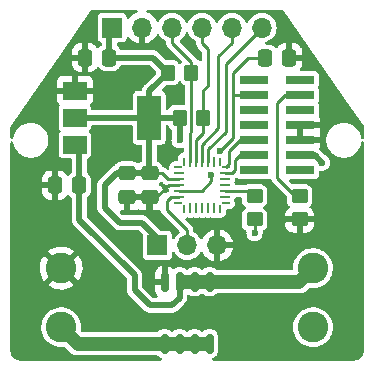
<source format=gtl>
G04 #@! TF.GenerationSoftware,KiCad,Pcbnew,(6.0.7)*
G04 #@! TF.CreationDate,2022-10-10T17:08:23+03:00*
G04 #@! TF.ProjectId,DiLight_2.0,44694c69-6768-4745-9f32-2e302e6b6963,rev?*
G04 #@! TF.SameCoordinates,Original*
G04 #@! TF.FileFunction,Copper,L1,Top*
G04 #@! TF.FilePolarity,Positive*
%FSLAX46Y46*%
G04 Gerber Fmt 4.6, Leading zero omitted, Abs format (unit mm)*
G04 Created by KiCad (PCBNEW (6.0.7)) date 2022-10-10 17:08:23*
%MOMM*%
%LPD*%
G01*
G04 APERTURE LIST*
G04 Aperture macros list*
%AMRoundRect*
0 Rectangle with rounded corners*
0 $1 Rounding radius*
0 $2 $3 $4 $5 $6 $7 $8 $9 X,Y pos of 4 corners*
0 Add a 4 corners polygon primitive as box body*
4,1,4,$2,$3,$4,$5,$6,$7,$8,$9,$2,$3,0*
0 Add four circle primitives for the rounded corners*
1,1,$1+$1,$2,$3*
1,1,$1+$1,$4,$5*
1,1,$1+$1,$6,$7*
1,1,$1+$1,$8,$9*
0 Add four rect primitives between the rounded corners*
20,1,$1+$1,$2,$3,$4,$5,0*
20,1,$1+$1,$4,$5,$6,$7,0*
20,1,$1+$1,$6,$7,$8,$9,0*
20,1,$1+$1,$8,$9,$2,$3,0*%
%AMFreePoly0*
4,1,14,0.230680,0.111820,0.364320,-0.021821,0.377500,-0.053642,0.377500,-0.080000,0.364320,-0.111820,0.332500,-0.125000,-0.332500,-0.125000,-0.364320,-0.111820,-0.377500,-0.080000,-0.377500,0.080000,-0.364320,0.111820,-0.332500,0.125000,0.198860,0.125000,0.230680,0.111820,0.230680,0.111820,$1*%
%AMFreePoly1*
4,1,14,0.364320,0.111820,0.377500,0.080000,0.377501,0.053640,0.364318,0.021819,0.230680,-0.111820,0.198860,-0.125000,-0.332500,-0.125000,-0.364320,-0.111820,-0.377500,-0.080000,-0.377500,0.080000,-0.364320,0.111820,-0.332500,0.125000,0.332500,0.125000,0.364320,0.111820,0.364320,0.111820,$1*%
%AMFreePoly2*
4,1,15,0.053642,0.377500,0.080000,0.377500,0.111820,0.364320,0.125000,0.332500,0.125000,-0.332500,0.111820,-0.364320,0.080000,-0.377500,-0.080000,-0.377500,-0.111820,-0.364320,-0.125000,-0.332500,-0.125000,0.198860,-0.111820,0.230680,0.021820,0.364320,0.053640,0.377501,0.053642,0.377500,0.053642,0.377500,$1*%
%AMFreePoly3*
4,1,14,-0.021820,0.364320,0.111820,0.230679,0.125000,0.198858,0.125000,-0.332500,0.111820,-0.364320,0.080000,-0.377500,-0.080000,-0.377500,-0.111820,-0.364320,-0.125000,-0.332500,-0.125000,0.332500,-0.111820,0.364320,-0.080000,0.377500,-0.053640,0.377500,-0.021820,0.364320,-0.021820,0.364320,$1*%
%AMFreePoly4*
4,1,14,0.364320,0.111820,0.377500,0.080000,0.377500,-0.080000,0.364320,-0.111820,0.332500,-0.125000,-0.198860,-0.125001,-0.230681,-0.111818,-0.364320,0.021820,-0.377500,0.053640,-0.377500,0.080000,-0.364320,0.111820,-0.332500,0.125000,0.332500,0.125000,0.364320,0.111820,0.364320,0.111820,$1*%
%AMFreePoly5*
4,1,15,-0.198858,0.125000,0.332500,0.125000,0.364320,0.111820,0.377500,0.080000,0.377500,-0.080000,0.364320,-0.111820,0.332500,-0.125000,-0.332500,-0.125000,-0.364320,-0.111820,-0.377500,-0.080000,-0.377500,-0.053640,-0.364320,-0.021820,-0.230680,0.111820,-0.198860,0.125001,-0.198858,0.125000,-0.198858,0.125000,$1*%
%AMFreePoly6*
4,1,14,0.111820,0.364320,0.125000,0.332500,0.125001,-0.198860,0.111818,-0.230681,-0.021820,-0.364320,-0.053640,-0.377500,-0.080000,-0.377500,-0.111820,-0.364320,-0.125000,-0.332500,-0.125000,0.332500,-0.111820,0.364320,-0.080000,0.377500,0.080000,0.377500,0.111820,0.364320,0.111820,0.364320,$1*%
%AMFreePoly7*
4,1,14,0.111820,0.364320,0.125000,0.332500,0.125000,-0.332500,0.111820,-0.364320,0.080000,-0.377500,0.053640,-0.377501,0.021819,-0.364318,-0.111820,-0.230680,-0.125000,-0.198860,-0.125000,0.332500,-0.111820,0.364320,-0.080000,0.377500,0.080000,0.377500,0.111820,0.364320,0.111820,0.364320,$1*%
G04 Aperture macros list end*
G04 #@! TA.AperFunction,ComponentPad*
%ADD10R,1.700000X1.700000*%
G04 #@! TD*
G04 #@! TA.AperFunction,ComponentPad*
%ADD11O,1.700000X1.700000*%
G04 #@! TD*
G04 #@! TA.AperFunction,SMDPad,CuDef*
%ADD12RoundRect,0.250000X0.337500X0.475000X-0.337500X0.475000X-0.337500X-0.475000X0.337500X-0.475000X0*%
G04 #@! TD*
G04 #@! TA.AperFunction,SMDPad,CuDef*
%ADD13R,2.400000X0.740000*%
G04 #@! TD*
G04 #@! TA.AperFunction,SMDPad,CuDef*
%ADD14FreePoly0,0.000000*%
G04 #@! TD*
G04 #@! TA.AperFunction,SMDPad,CuDef*
%ADD15RoundRect,0.062500X-0.375000X-0.062500X0.375000X-0.062500X0.375000X0.062500X-0.375000X0.062500X0*%
G04 #@! TD*
G04 #@! TA.AperFunction,SMDPad,CuDef*
%ADD16FreePoly1,0.000000*%
G04 #@! TD*
G04 #@! TA.AperFunction,SMDPad,CuDef*
%ADD17FreePoly2,0.000000*%
G04 #@! TD*
G04 #@! TA.AperFunction,SMDPad,CuDef*
%ADD18RoundRect,0.062500X-0.062500X-0.375000X0.062500X-0.375000X0.062500X0.375000X-0.062500X0.375000X0*%
G04 #@! TD*
G04 #@! TA.AperFunction,SMDPad,CuDef*
%ADD19FreePoly3,0.000000*%
G04 #@! TD*
G04 #@! TA.AperFunction,SMDPad,CuDef*
%ADD20FreePoly4,0.000000*%
G04 #@! TD*
G04 #@! TA.AperFunction,SMDPad,CuDef*
%ADD21FreePoly5,0.000000*%
G04 #@! TD*
G04 #@! TA.AperFunction,SMDPad,CuDef*
%ADD22FreePoly6,0.000000*%
G04 #@! TD*
G04 #@! TA.AperFunction,SMDPad,CuDef*
%ADD23FreePoly7,0.000000*%
G04 #@! TD*
G04 #@! TA.AperFunction,SMDPad,CuDef*
%ADD24RoundRect,0.250000X-0.475000X0.337500X-0.475000X-0.337500X0.475000X-0.337500X0.475000X0.337500X0*%
G04 #@! TD*
G04 #@! TA.AperFunction,SMDPad,CuDef*
%ADD25RoundRect,0.250000X-0.450000X0.350000X-0.450000X-0.350000X0.450000X-0.350000X0.450000X0.350000X0*%
G04 #@! TD*
G04 #@! TA.AperFunction,SMDPad,CuDef*
%ADD26RoundRect,0.250000X-0.337500X-0.475000X0.337500X-0.475000X0.337500X0.475000X-0.337500X0.475000X0*%
G04 #@! TD*
G04 #@! TA.AperFunction,SMDPad,CuDef*
%ADD27R,2.000000X1.500000*%
G04 #@! TD*
G04 #@! TA.AperFunction,SMDPad,CuDef*
%ADD28R,2.000000X3.800000*%
G04 #@! TD*
G04 #@! TA.AperFunction,SMDPad,CuDef*
%ADD29RoundRect,0.250000X-0.350000X-0.450000X0.350000X-0.450000X0.350000X0.450000X-0.350000X0.450000X0*%
G04 #@! TD*
G04 #@! TA.AperFunction,SMDPad,CuDef*
%ADD30RoundRect,0.150000X-0.150000X0.675000X-0.150000X-0.675000X0.150000X-0.675000X0.150000X0.675000X0*%
G04 #@! TD*
G04 #@! TA.AperFunction,ComponentPad*
%ADD31C,2.600000*%
G04 #@! TD*
G04 #@! TA.AperFunction,ViaPad*
%ADD32C,0.600000*%
G04 #@! TD*
G04 #@! TA.AperFunction,Conductor*
%ADD33C,0.500000*%
G04 #@! TD*
G04 #@! TA.AperFunction,Conductor*
%ADD34C,1.200000*%
G04 #@! TD*
G04 #@! TA.AperFunction,Conductor*
%ADD35C,0.250000*%
G04 #@! TD*
G04 APERTURE END LIST*
D10*
X33035000Y-36830000D03*
D11*
X35575000Y-36830000D03*
X38115000Y-36830000D03*
D12*
X26437500Y-31750000D03*
X24362500Y-31750000D03*
D13*
X45130000Y-30480000D03*
X41230000Y-30480000D03*
X45130000Y-29210000D03*
X41230000Y-29210000D03*
X45130000Y-27940000D03*
X41230000Y-27940000D03*
X45130000Y-26670000D03*
X41230000Y-26670000D03*
X45130000Y-25400000D03*
X41230000Y-25400000D03*
X45130000Y-24130000D03*
X41230000Y-24130000D03*
X45130000Y-22860000D03*
X41230000Y-22860000D03*
D14*
X34832500Y-30250000D03*
D15*
X34892500Y-30750000D03*
X34892500Y-31250000D03*
X34892500Y-31750000D03*
X34892500Y-32250000D03*
X34892500Y-32750000D03*
D16*
X34832500Y-33250000D03*
D17*
X35330000Y-33747500D03*
D18*
X35830000Y-33687500D03*
X36330000Y-33687500D03*
X36830000Y-33687500D03*
X37330000Y-33687500D03*
X37830000Y-33687500D03*
D19*
X38330000Y-33747500D03*
D20*
X38827500Y-33250000D03*
D15*
X38767500Y-32750000D03*
X38767500Y-32250000D03*
X38767500Y-31750000D03*
X38767500Y-31250000D03*
X38767500Y-30750000D03*
D21*
X38827500Y-30250000D03*
D22*
X38330000Y-29752500D03*
D18*
X37830000Y-29812500D03*
X37330000Y-29812500D03*
X36830000Y-29812500D03*
X36330000Y-29812500D03*
X35830000Y-29812500D03*
D23*
X35330000Y-29752500D03*
D24*
X30480000Y-30712500D03*
X30480000Y-32787500D03*
D25*
X41275000Y-32655000D03*
X41275000Y-34655000D03*
D26*
X42142500Y-20955000D03*
X44217500Y-20955000D03*
D27*
X26060000Y-23735000D03*
D28*
X32360000Y-26035000D03*
D27*
X26060000Y-26035000D03*
X26060000Y-28335000D03*
D29*
X33925000Y-22225000D03*
X35925000Y-22225000D03*
X34920000Y-26035000D03*
X36920000Y-26035000D03*
D24*
X32385000Y-30712500D03*
X32385000Y-32787500D03*
D10*
X29210000Y-18415000D03*
D11*
X31750000Y-18415000D03*
X34290000Y-18415000D03*
X36830000Y-18415000D03*
X39370000Y-18415000D03*
X41910000Y-18415000D03*
D12*
X28977500Y-20955000D03*
X26902500Y-20955000D03*
D25*
X45085000Y-32655000D03*
X45085000Y-34655000D03*
D30*
X33655000Y-39920000D03*
X36195000Y-45170000D03*
X33655000Y-45170000D03*
X34925000Y-45170000D03*
X37465000Y-45170000D03*
X37465000Y-39920000D03*
X36195000Y-39920000D03*
X34925000Y-39920000D03*
D31*
X46220000Y-43775000D03*
X46220000Y-38775000D03*
X24900000Y-38775000D03*
X24900000Y-43775000D03*
D32*
X48895000Y-25400000D03*
X32360000Y-33910000D03*
X45720000Y-20955000D03*
X22225000Y-25400000D03*
X47625000Y-25400000D03*
X30460000Y-33910000D03*
X23495000Y-25400000D03*
X34925000Y-27940000D03*
X46990000Y-29845000D03*
X38320000Y-28820000D03*
X37620000Y-30920000D03*
X41275000Y-35820000D03*
D33*
X26437500Y-31750000D02*
X26437500Y-34692500D01*
D34*
X45075000Y-39920000D02*
X46220000Y-38775000D01*
D33*
X31115000Y-40640000D02*
X32385000Y-41910000D01*
X26437500Y-28712500D02*
X26060000Y-28335000D01*
D34*
X35220000Y-39920000D02*
X45075000Y-39920000D01*
D33*
X31115000Y-39370000D02*
X31115000Y-40640000D01*
X32385000Y-41910000D02*
X34290000Y-41910000D01*
X34925000Y-41275000D02*
X34925000Y-39920000D01*
X26437500Y-31750000D02*
X26437500Y-28712500D01*
X26437500Y-34692500D02*
X31115000Y-39370000D01*
X34290000Y-41910000D02*
X34925000Y-41275000D01*
X45720000Y-20955000D02*
X44217500Y-20955000D01*
X32360000Y-33910000D02*
X32360000Y-32812500D01*
X30460000Y-32807500D02*
X30480000Y-32787500D01*
D35*
X33990000Y-31750000D02*
X32952500Y-32787500D01*
X32952500Y-32787500D02*
X32385000Y-32787500D01*
D33*
X32360000Y-32812500D02*
X32385000Y-32787500D01*
D35*
X34892500Y-31750000D02*
X33990000Y-31750000D01*
D33*
X30460000Y-33910000D02*
X30460000Y-32807500D01*
X32360000Y-23790000D02*
X33925000Y-22225000D01*
D35*
X34892500Y-31250000D02*
X33950000Y-31250000D01*
D33*
X34920000Y-26035000D02*
X32360000Y-26035000D01*
X32360000Y-26035000D02*
X32360000Y-23790000D01*
X28977500Y-20955000D02*
X28977500Y-18647500D01*
X28575000Y-31750000D02*
X28575000Y-33655000D01*
X29845000Y-34925000D02*
X31750000Y-34925000D01*
X34920000Y-26035000D02*
X34920000Y-27935000D01*
X30480000Y-30712500D02*
X32385000Y-30712500D01*
X34920000Y-27935000D02*
X34925000Y-27940000D01*
X28575000Y-33655000D02*
X29845000Y-34925000D01*
X33035000Y-36210000D02*
X33035000Y-36830000D01*
D35*
X33412500Y-30712500D02*
X32385000Y-30712500D01*
D33*
X26060000Y-26035000D02*
X32360000Y-26035000D01*
X32360000Y-30687500D02*
X32385000Y-30712500D01*
X32655000Y-20955000D02*
X33925000Y-22225000D01*
X30480000Y-30712500D02*
X29612500Y-30712500D01*
X32360000Y-26035000D02*
X32360000Y-30687500D01*
X28977500Y-18647500D02*
X29210000Y-18415000D01*
X29612500Y-30712500D02*
X28575000Y-31750000D01*
X46990000Y-29845000D02*
X46355000Y-29210000D01*
X28977500Y-20955000D02*
X32655000Y-20955000D01*
D35*
X33950000Y-31250000D02*
X33412500Y-30712500D01*
D33*
X46355000Y-29210000D02*
X45130000Y-29210000D01*
X31750000Y-34925000D02*
X33035000Y-36210000D01*
D35*
X36790000Y-32250000D02*
X37620000Y-31420000D01*
X39420000Y-24120000D02*
X39430000Y-24130000D01*
X40685000Y-20955000D02*
X42142500Y-20955000D01*
X39420000Y-22220000D02*
X40685000Y-20955000D01*
X39430000Y-24130000D02*
X41230000Y-24130000D01*
X34892500Y-32250000D02*
X36790000Y-32250000D01*
X39420000Y-27720000D02*
X39420000Y-22220000D01*
X38320000Y-28820000D02*
X39420000Y-27720000D01*
X37620000Y-31420000D02*
X37620000Y-30920000D01*
D34*
X26295000Y-45170000D02*
X24900000Y-43775000D01*
X37120000Y-45170000D02*
X26295000Y-45170000D01*
D35*
X34290000Y-19685000D02*
X34290000Y-18415000D01*
X35830000Y-27310000D02*
X35925000Y-27215000D01*
X35925000Y-27215000D02*
X35925000Y-22225000D01*
X35925000Y-22225000D02*
X35925000Y-21320000D01*
X35925000Y-21320000D02*
X34290000Y-19685000D01*
X35830000Y-29812500D02*
X35830000Y-27310000D01*
X36830000Y-19730000D02*
X36830000Y-18415000D01*
X37320000Y-20220000D02*
X36830000Y-19730000D01*
X37320000Y-23320000D02*
X37320000Y-20220000D01*
X36920000Y-27320000D02*
X36920000Y-26035000D01*
X36920000Y-23720000D02*
X37320000Y-23320000D01*
X36920000Y-26035000D02*
X36920000Y-23720000D01*
X36330000Y-29812500D02*
X36330000Y-27910000D01*
X36330000Y-27910000D02*
X36920000Y-27320000D01*
X38220000Y-20835000D02*
X39370000Y-19685000D01*
X36830000Y-29812500D02*
X36830000Y-28310000D01*
X38220000Y-26920000D02*
X38220000Y-20835000D01*
X39370000Y-19685000D02*
X39370000Y-18415000D01*
X36830000Y-28310000D02*
X38220000Y-26920000D01*
X37330000Y-29812500D02*
X37330000Y-28714188D01*
X38820000Y-21505000D02*
X41910000Y-18415000D01*
X37330000Y-28714188D02*
X38820000Y-27224188D01*
X38820000Y-27224188D02*
X38820000Y-21505000D01*
X34190000Y-32750000D02*
X33820000Y-33120000D01*
X35575000Y-35575000D02*
X35575000Y-36830000D01*
X34892500Y-32750000D02*
X34190000Y-32750000D01*
X33820000Y-33120000D02*
X33820000Y-33820000D01*
X33820000Y-33820000D02*
X35575000Y-35575000D01*
X39620000Y-30506629D02*
X39620000Y-29620000D01*
X40030000Y-29210000D02*
X41230000Y-29210000D01*
X39376629Y-30750000D02*
X39620000Y-30506629D01*
X38767500Y-30750000D02*
X39376629Y-30750000D01*
X39620000Y-29620000D02*
X40030000Y-29210000D01*
X40000000Y-27940000D02*
X41230000Y-27940000D01*
X38827500Y-30250000D02*
X39120000Y-29957500D01*
X39120000Y-28820000D02*
X40000000Y-27940000D01*
X39120000Y-29957500D02*
X39120000Y-28820000D01*
X43180000Y-31115000D02*
X44720000Y-32655000D01*
X44720000Y-32655000D02*
X45085000Y-32655000D01*
X45130000Y-24130000D02*
X43815000Y-24130000D01*
X43815000Y-24130000D02*
X43180000Y-24765000D01*
X43180000Y-24765000D02*
X43180000Y-31115000D01*
X41275000Y-35820000D02*
X41275000Y-34655000D01*
X40870000Y-32250000D02*
X41275000Y-32655000D01*
X38767500Y-32250000D02*
X40870000Y-32250000D01*
G04 #@! TA.AperFunction,Conductor*
G36*
X31316871Y-16911502D02*
G01*
X31363364Y-16965158D01*
X31373468Y-17035432D01*
X31343974Y-17100012D01*
X31287895Y-17137265D01*
X31226868Y-17157212D01*
X31217359Y-17161209D01*
X31028463Y-17259542D01*
X31019738Y-17265036D01*
X30849433Y-17392905D01*
X30841726Y-17399748D01*
X30694590Y-17553717D01*
X30688104Y-17561727D01*
X30670669Y-17587286D01*
X30615758Y-17632289D01*
X30545233Y-17640460D01*
X30481486Y-17609206D01*
X30444756Y-17548449D01*
X30441500Y-17528972D01*
X30441500Y-17528842D01*
X30430462Y-17453856D01*
X30403896Y-17399748D01*
X30379077Y-17349197D01*
X30379076Y-17349196D01*
X30374487Y-17339849D01*
X30299543Y-17265036D01*
X30291972Y-17257478D01*
X30284601Y-17250120D01*
X30170497Y-17194345D01*
X30137716Y-17189563D01*
X30100684Y-17184160D01*
X30100680Y-17184160D01*
X30096158Y-17183500D01*
X28323842Y-17183500D01*
X28319294Y-17184170D01*
X28319287Y-17184170D01*
X28258541Y-17193112D01*
X28258539Y-17193113D01*
X28248856Y-17194538D01*
X28240068Y-17198853D01*
X28240067Y-17198853D01*
X28144197Y-17245923D01*
X28144196Y-17245924D01*
X28134849Y-17250513D01*
X28045120Y-17340399D01*
X27989345Y-17454503D01*
X27978500Y-17528842D01*
X27978500Y-19301158D01*
X27979170Y-19305706D01*
X27979170Y-19305713D01*
X27988112Y-19366459D01*
X27989538Y-19376144D01*
X27993853Y-19384932D01*
X27993853Y-19384933D01*
X28021451Y-19441142D01*
X28045513Y-19490151D01*
X28135399Y-19579880D01*
X28144755Y-19584453D01*
X28144756Y-19584454D01*
X28240696Y-19631350D01*
X28249503Y-19635655D01*
X28257829Y-19636870D01*
X28316382Y-19675681D01*
X28344959Y-19740673D01*
X28346000Y-19756838D01*
X28346000Y-19848332D01*
X28325998Y-19916453D01*
X28284140Y-19956785D01*
X28256696Y-19973015D01*
X28256691Y-19973019D01*
X28249873Y-19977051D01*
X28137051Y-20089873D01*
X28133020Y-20096689D01*
X28133017Y-20096693D01*
X28122339Y-20114750D01*
X28070446Y-20163202D01*
X28000596Y-20175908D01*
X27934965Y-20148833D01*
X27906741Y-20116914D01*
X27841937Y-20012193D01*
X27832901Y-20000792D01*
X27718171Y-19886261D01*
X27706760Y-19877249D01*
X27568757Y-19792184D01*
X27555576Y-19786037D01*
X27401290Y-19734862D01*
X27387914Y-19731995D01*
X27293562Y-19722328D01*
X27287145Y-19722000D01*
X27174615Y-19722000D01*
X27159376Y-19726475D01*
X27158171Y-19727865D01*
X27156500Y-19735548D01*
X27156500Y-22169884D01*
X27160975Y-22185123D01*
X27162365Y-22186328D01*
X27170048Y-22187999D01*
X27287095Y-22187999D01*
X27293614Y-22187662D01*
X27389206Y-22177743D01*
X27402600Y-22174851D01*
X27556784Y-22123412D01*
X27569962Y-22117239D01*
X27707807Y-22031937D01*
X27719208Y-22022901D01*
X27833739Y-21908171D01*
X27842751Y-21896760D01*
X27906584Y-21793203D01*
X27959356Y-21745710D01*
X28029428Y-21734286D01*
X28094551Y-21762560D01*
X28122298Y-21795181D01*
X28137051Y-21820127D01*
X28249873Y-21932949D01*
X28387208Y-22014168D01*
X28394819Y-22016379D01*
X28394821Y-22016380D01*
X28534249Y-22056888D01*
X28534254Y-22056889D01*
X28540426Y-22058682D01*
X28546831Y-22059186D01*
X28546836Y-22059187D01*
X28573774Y-22061307D01*
X28573782Y-22061307D01*
X28576230Y-22061500D01*
X29378770Y-22061500D01*
X29381218Y-22061307D01*
X29381226Y-22061307D01*
X29408164Y-22059187D01*
X29408169Y-22059186D01*
X29414574Y-22058682D01*
X29420746Y-22056889D01*
X29420751Y-22056888D01*
X29560179Y-22016380D01*
X29560181Y-22016379D01*
X29567792Y-22014168D01*
X29705127Y-21932949D01*
X29817949Y-21820127D01*
X29899168Y-21682792D01*
X29901380Y-21675179D01*
X29904527Y-21667906D01*
X29906290Y-21668669D01*
X29938969Y-21617506D01*
X30003467Y-21587833D01*
X30021747Y-21586500D01*
X32341234Y-21586500D01*
X32409355Y-21606502D01*
X32430329Y-21623405D01*
X32906595Y-22099671D01*
X32940621Y-22161983D01*
X32943500Y-22188766D01*
X32943500Y-22261234D01*
X32923498Y-22329355D01*
X32906595Y-22350329D01*
X31968970Y-23287954D01*
X31960728Y-23295454D01*
X31954268Y-23299554D01*
X31948843Y-23305331D01*
X31907802Y-23349035D01*
X31905047Y-23351877D01*
X31885369Y-23371555D01*
X31882909Y-23374727D01*
X31875209Y-23383743D01*
X31845045Y-23415864D01*
X31835330Y-23433535D01*
X31824484Y-23450047D01*
X31812121Y-23465985D01*
X31794619Y-23506431D01*
X31789402Y-23517079D01*
X31779331Y-23535399D01*
X31768180Y-23555682D01*
X31763165Y-23575214D01*
X31756767Y-23593900D01*
X31748755Y-23612416D01*
X31747515Y-23620248D01*
X31743245Y-23647208D01*
X31712834Y-23711362D01*
X31652567Y-23748890D01*
X31618796Y-23753500D01*
X31323842Y-23753500D01*
X31319294Y-23754170D01*
X31319287Y-23754170D01*
X31258541Y-23763112D01*
X31258539Y-23763113D01*
X31248856Y-23764538D01*
X31240068Y-23768853D01*
X31240067Y-23768853D01*
X31144197Y-23815923D01*
X31144196Y-23815924D01*
X31134849Y-23820513D01*
X31045120Y-23910399D01*
X30989345Y-24024503D01*
X30987933Y-24034183D01*
X30979165Y-24094287D01*
X30978500Y-24098842D01*
X30978500Y-25277500D01*
X30958498Y-25345621D01*
X30904842Y-25392114D01*
X30852500Y-25403500D01*
X27567500Y-25403500D01*
X27499379Y-25383498D01*
X27452886Y-25329842D01*
X27441500Y-25277500D01*
X27441500Y-25248842D01*
X27431983Y-25184183D01*
X27431888Y-25183541D01*
X27431887Y-25183539D01*
X27430462Y-25173856D01*
X27374487Y-25059849D01*
X27367120Y-25052495D01*
X27363038Y-25046793D01*
X27339647Y-24979761D01*
X27356211Y-24910723D01*
X27389924Y-24872621D01*
X27415724Y-24853285D01*
X27428285Y-24840724D01*
X27504786Y-24738649D01*
X27513324Y-24723054D01*
X27558478Y-24602606D01*
X27562105Y-24587351D01*
X27567631Y-24536486D01*
X27568000Y-24529672D01*
X27568000Y-24007115D01*
X27563525Y-23991876D01*
X27562135Y-23990671D01*
X27554452Y-23989000D01*
X24570116Y-23989000D01*
X24554877Y-23993475D01*
X24553672Y-23994865D01*
X24552001Y-24002548D01*
X24552001Y-24529669D01*
X24552371Y-24536490D01*
X24557895Y-24587352D01*
X24561521Y-24602604D01*
X24606676Y-24723054D01*
X24615214Y-24738649D01*
X24691715Y-24840724D01*
X24704278Y-24853287D01*
X24730052Y-24872604D01*
X24772567Y-24929464D01*
X24777591Y-25000282D01*
X24757065Y-25046597D01*
X24752477Y-25053029D01*
X24745120Y-25060399D01*
X24689345Y-25174503D01*
X24687933Y-25184183D01*
X24679165Y-25244287D01*
X24678500Y-25248842D01*
X24678500Y-26821158D01*
X24679170Y-26825706D01*
X24679170Y-26825713D01*
X24688112Y-26886459D01*
X24689538Y-26896144D01*
X24693853Y-26904932D01*
X24693853Y-26904933D01*
X24719495Y-26957158D01*
X24745513Y-27010151D01*
X24752883Y-27017508D01*
X24752885Y-27017511D01*
X24831266Y-27095755D01*
X24865346Y-27158037D01*
X24860343Y-27228857D01*
X24831422Y-27273946D01*
X24769980Y-27335496D01*
X24745120Y-27360399D01*
X24689345Y-27474503D01*
X24687933Y-27484183D01*
X24679165Y-27544287D01*
X24678500Y-27548842D01*
X24678500Y-29121158D01*
X24679170Y-29125706D01*
X24679170Y-29125713D01*
X24688112Y-29186459D01*
X24689538Y-29196144D01*
X24693853Y-29204932D01*
X24693853Y-29204933D01*
X24725892Y-29270187D01*
X24745513Y-29310151D01*
X24835399Y-29399880D01*
X24844755Y-29404453D01*
X24844756Y-29404454D01*
X24878901Y-29421144D01*
X24949503Y-29455655D01*
X24979945Y-29460096D01*
X25019316Y-29465840D01*
X25019320Y-29465840D01*
X25023842Y-29466500D01*
X25680000Y-29466500D01*
X25748121Y-29486502D01*
X25794614Y-29540158D01*
X25806000Y-29592500D01*
X25806000Y-30643332D01*
X25785998Y-30711453D01*
X25744140Y-30751785D01*
X25716696Y-30768015D01*
X25716691Y-30768019D01*
X25709873Y-30772051D01*
X25597051Y-30884873D01*
X25593020Y-30891689D01*
X25593017Y-30891693D01*
X25582339Y-30909750D01*
X25530446Y-30958202D01*
X25460596Y-30970908D01*
X25394965Y-30943833D01*
X25366741Y-30911914D01*
X25301937Y-30807193D01*
X25292901Y-30795792D01*
X25178171Y-30681261D01*
X25166760Y-30672249D01*
X25028757Y-30587184D01*
X25015576Y-30581037D01*
X24861290Y-30529862D01*
X24847914Y-30526995D01*
X24753562Y-30517328D01*
X24747145Y-30517000D01*
X24634615Y-30517000D01*
X24619376Y-30521475D01*
X24618171Y-30522865D01*
X24616500Y-30530548D01*
X24616500Y-32964884D01*
X24620975Y-32980123D01*
X24622365Y-32981328D01*
X24630048Y-32982999D01*
X24747095Y-32982999D01*
X24753614Y-32982662D01*
X24849206Y-32972743D01*
X24862600Y-32969851D01*
X25016784Y-32918412D01*
X25029962Y-32912239D01*
X25167807Y-32826937D01*
X25179208Y-32817901D01*
X25293739Y-32703171D01*
X25302751Y-32691760D01*
X25366584Y-32588203D01*
X25419356Y-32540710D01*
X25489428Y-32529286D01*
X25554551Y-32557560D01*
X25582298Y-32590181D01*
X25597051Y-32615127D01*
X25709873Y-32727949D01*
X25716691Y-32731981D01*
X25716696Y-32731985D01*
X25744140Y-32748215D01*
X25792592Y-32800108D01*
X25806000Y-32856668D01*
X25806000Y-34614001D01*
X25805475Y-34625129D01*
X25803806Y-34632598D01*
X25804055Y-34640521D01*
X25805938Y-34700436D01*
X25806000Y-34704394D01*
X25806000Y-34732230D01*
X25806495Y-34736146D01*
X25806502Y-34736199D01*
X25807435Y-34748043D01*
X25808818Y-34792074D01*
X25811030Y-34799686D01*
X25814441Y-34811428D01*
X25818451Y-34830790D01*
X25820978Y-34850796D01*
X25823895Y-34858162D01*
X25823896Y-34858168D01*
X25837197Y-34891763D01*
X25841041Y-34902990D01*
X25846724Y-34922548D01*
X25853332Y-34945292D01*
X25857367Y-34952115D01*
X25863595Y-34962646D01*
X25872288Y-34980390D01*
X25879714Y-34999145D01*
X25905615Y-35034794D01*
X25912122Y-35044702D01*
X25920350Y-35058614D01*
X25934551Y-35082627D01*
X25948807Y-35096883D01*
X25961648Y-35111917D01*
X25973498Y-35128227D01*
X26003339Y-35152914D01*
X26007443Y-35156309D01*
X26016222Y-35164298D01*
X30446595Y-39594671D01*
X30480621Y-39656983D01*
X30483500Y-39683766D01*
X30483500Y-40561501D01*
X30482975Y-40572629D01*
X30481306Y-40580098D01*
X30481555Y-40588021D01*
X30483438Y-40647936D01*
X30483500Y-40651894D01*
X30483500Y-40679730D01*
X30483995Y-40683646D01*
X30484002Y-40683699D01*
X30484935Y-40695543D01*
X30486318Y-40739574D01*
X30488530Y-40747186D01*
X30491941Y-40758928D01*
X30495951Y-40778290D01*
X30498478Y-40798296D01*
X30501395Y-40805662D01*
X30501396Y-40805668D01*
X30514697Y-40839263D01*
X30518541Y-40850490D01*
X30525420Y-40874164D01*
X30530832Y-40892792D01*
X30537304Y-40903735D01*
X30541095Y-40910146D01*
X30549788Y-40927890D01*
X30557214Y-40946645D01*
X30583115Y-40982294D01*
X30589622Y-40992202D01*
X30606433Y-41020627D01*
X30612051Y-41030127D01*
X30626307Y-41044383D01*
X30639148Y-41059417D01*
X30650998Y-41075727D01*
X30684943Y-41103809D01*
X30693722Y-41111798D01*
X31882954Y-42301030D01*
X31890454Y-42309272D01*
X31894554Y-42315732D01*
X31900331Y-42321157D01*
X31944035Y-42362198D01*
X31946877Y-42364953D01*
X31966555Y-42384631D01*
X31969727Y-42387091D01*
X31978743Y-42394791D01*
X32010864Y-42424955D01*
X32028535Y-42434670D01*
X32045047Y-42445516D01*
X32060985Y-42457879D01*
X32101431Y-42475381D01*
X32112079Y-42480598D01*
X32143738Y-42498003D01*
X32143741Y-42498004D01*
X32150682Y-42501820D01*
X32170214Y-42506835D01*
X32188900Y-42513233D01*
X32207416Y-42521245D01*
X32215244Y-42522485D01*
X32215248Y-42522486D01*
X32250928Y-42528138D01*
X32262549Y-42530544D01*
X32294247Y-42538682D01*
X32305223Y-42541500D01*
X32325388Y-42541500D01*
X32345098Y-42543051D01*
X32357176Y-42544964D01*
X32357177Y-42544964D01*
X32365006Y-42546204D01*
X32408860Y-42542059D01*
X32420716Y-42541500D01*
X34211501Y-42541500D01*
X34222629Y-42542025D01*
X34230098Y-42543694D01*
X34238021Y-42543445D01*
X34297936Y-42541562D01*
X34301894Y-42541500D01*
X34329730Y-42541500D01*
X34333708Y-42540997D01*
X34345543Y-42540065D01*
X34375230Y-42539133D01*
X34381651Y-42538931D01*
X34389574Y-42538682D01*
X34408928Y-42533059D01*
X34428290Y-42529049D01*
X34448296Y-42526522D01*
X34455662Y-42523605D01*
X34455668Y-42523604D01*
X34489263Y-42510303D01*
X34500490Y-42506459D01*
X34535175Y-42496381D01*
X34542792Y-42494168D01*
X34560148Y-42483904D01*
X34577890Y-42475212D01*
X34596645Y-42467786D01*
X34632294Y-42441885D01*
X34642202Y-42435378D01*
X34673303Y-42416985D01*
X34673305Y-42416984D01*
X34680127Y-42412949D01*
X34694383Y-42398693D01*
X34709417Y-42385852D01*
X34719313Y-42378662D01*
X34725727Y-42374002D01*
X34753809Y-42340057D01*
X34761798Y-42331278D01*
X35316030Y-41777046D01*
X35324272Y-41769546D01*
X35330732Y-41765446D01*
X35377198Y-41715965D01*
X35379953Y-41713123D01*
X35399632Y-41693444D01*
X35402063Y-41690309D01*
X35402068Y-41690304D01*
X35402092Y-41690273D01*
X35409804Y-41681243D01*
X35434528Y-41654915D01*
X35439955Y-41649136D01*
X35449669Y-41631466D01*
X35460523Y-41614943D01*
X35468020Y-41605278D01*
X35472879Y-41599014D01*
X35490375Y-41558583D01*
X35495595Y-41547926D01*
X35513001Y-41516264D01*
X35516820Y-41509318D01*
X35521835Y-41489788D01*
X35528238Y-41471088D01*
X35533098Y-41459857D01*
X35533099Y-41459852D01*
X35536245Y-41452583D01*
X35543137Y-41409066D01*
X35545545Y-41397442D01*
X35554529Y-41362454D01*
X35554529Y-41362453D01*
X35556500Y-41354777D01*
X35556500Y-41334617D01*
X35558051Y-41314906D01*
X35559965Y-41302821D01*
X35561205Y-41294993D01*
X35557059Y-41251132D01*
X35556500Y-41239275D01*
X35556500Y-41145345D01*
X35576502Y-41077224D01*
X35630158Y-41030731D01*
X35700432Y-41020627D01*
X35758679Y-41044982D01*
X35774791Y-41057212D01*
X35774794Y-41057214D01*
X35781632Y-41062404D01*
X35789613Y-41065564D01*
X35789615Y-41065565D01*
X35856098Y-41091887D01*
X35917028Y-41116011D01*
X35925066Y-41116984D01*
X35925067Y-41116984D01*
X35956014Y-41120729D01*
X36003706Y-41126500D01*
X36386294Y-41126500D01*
X36433986Y-41120729D01*
X36464933Y-41116984D01*
X36464934Y-41116984D01*
X36472972Y-41116011D01*
X36533902Y-41091887D01*
X36600385Y-41065565D01*
X36600387Y-41065564D01*
X36608368Y-41062404D01*
X36724361Y-40974361D01*
X36729637Y-40967410D01*
X36729740Y-40967334D01*
X36735629Y-40961445D01*
X36736516Y-40962332D01*
X36786754Y-40925243D01*
X36857602Y-40920649D01*
X36919686Y-40955088D01*
X36930363Y-40967410D01*
X36935639Y-40974361D01*
X37051632Y-41062404D01*
X37059613Y-41065564D01*
X37059615Y-41065565D01*
X37126098Y-41091887D01*
X37187028Y-41116011D01*
X37195066Y-41116984D01*
X37195067Y-41116984D01*
X37226014Y-41120729D01*
X37273706Y-41126500D01*
X37656294Y-41126500D01*
X37703986Y-41120729D01*
X37734933Y-41116984D01*
X37734934Y-41116984D01*
X37742972Y-41116011D01*
X37803902Y-41091887D01*
X37870385Y-41065565D01*
X37870387Y-41065564D01*
X37878368Y-41062404D01*
X37994361Y-40974361D01*
X38011849Y-40951321D01*
X38068966Y-40909154D01*
X38112212Y-40901500D01*
X45059111Y-40901500D01*
X45062629Y-40901549D01*
X45140871Y-40903735D01*
X45140874Y-40903735D01*
X45147254Y-40903913D01*
X45205446Y-40893652D01*
X45214594Y-40892383D01*
X45230953Y-40890721D01*
X45273376Y-40886412D01*
X45300169Y-40878016D01*
X45315969Y-40874164D01*
X45337333Y-40870397D01*
X45337335Y-40870396D01*
X45343621Y-40869288D01*
X45349555Y-40866939D01*
X45349557Y-40866938D01*
X45398561Y-40847536D01*
X45407264Y-40844454D01*
X45457557Y-40828693D01*
X45457558Y-40828692D01*
X45463648Y-40826784D01*
X45475107Y-40820433D01*
X45488204Y-40813173D01*
X45502902Y-40806225D01*
X45523074Y-40798238D01*
X45523077Y-40798236D01*
X45529016Y-40795885D01*
X45578464Y-40763527D01*
X45586363Y-40758762D01*
X45638044Y-40730115D01*
X45642894Y-40725958D01*
X45642897Y-40725956D01*
X45659365Y-40711842D01*
X45672366Y-40702080D01*
X45691808Y-40689357D01*
X45695864Y-40686703D01*
X45699464Y-40683461D01*
X45699468Y-40683458D01*
X45699477Y-40683449D01*
X45700720Y-40682330D01*
X45738827Y-40644223D01*
X45745924Y-40637650D01*
X45784593Y-40604506D01*
X45789440Y-40600352D01*
X45799966Y-40586783D01*
X45807899Y-40576555D01*
X45818363Y-40564687D01*
X45900938Y-40482112D01*
X45963250Y-40448086D01*
X46013534Y-40447418D01*
X46029115Y-40450376D01*
X46159536Y-40455500D01*
X46274180Y-40460005D01*
X46274185Y-40460005D01*
X46278848Y-40460188D01*
X46354879Y-40451861D01*
X46522635Y-40433489D01*
X46522640Y-40433488D01*
X46527288Y-40432979D01*
X46594328Y-40415329D01*
X46764455Y-40370539D01*
X46764458Y-40370538D01*
X46768978Y-40369348D01*
X46806990Y-40353017D01*
X46994313Y-40272536D01*
X46994315Y-40272535D01*
X46998607Y-40270691D01*
X47147627Y-40178475D01*
X47207149Y-40141642D01*
X47207151Y-40141640D01*
X47211132Y-40139177D01*
X47401884Y-39977694D01*
X47566671Y-39789790D01*
X47646296Y-39666000D01*
X47699350Y-39583518D01*
X47699352Y-39583515D01*
X47701875Y-39579592D01*
X47804524Y-39351719D01*
X47872364Y-39111177D01*
X47889781Y-38974267D01*
X47903506Y-38866381D01*
X47903506Y-38866375D01*
X47903904Y-38863250D01*
X47904374Y-38845322D01*
X47906132Y-38778160D01*
X47906215Y-38775000D01*
X47887693Y-38525762D01*
X47832535Y-38281998D01*
X47830842Y-38277644D01*
X47743646Y-38053419D01*
X47743645Y-38053417D01*
X47741953Y-38049066D01*
X47713598Y-37999454D01*
X47659699Y-37905151D01*
X47617936Y-37832081D01*
X47463208Y-37635810D01*
X47281169Y-37464565D01*
X47109492Y-37345468D01*
X47079661Y-37324773D01*
X47079658Y-37324771D01*
X47075819Y-37322108D01*
X47071629Y-37320042D01*
X47071626Y-37320040D01*
X46855855Y-37213634D01*
X46855852Y-37213633D01*
X46851667Y-37211569D01*
X46801684Y-37195569D01*
X46618084Y-37136798D01*
X46618086Y-37136798D01*
X46613639Y-37135375D01*
X46533827Y-37122377D01*
X46371576Y-37095953D01*
X46371573Y-37095953D01*
X46366963Y-37095202D01*
X46242011Y-37093566D01*
X46121736Y-37091991D01*
X46121733Y-37091991D01*
X46117059Y-37091930D01*
X45869416Y-37125633D01*
X45864930Y-37126941D01*
X45864928Y-37126941D01*
X45831110Y-37136798D01*
X45629475Y-37195569D01*
X45402507Y-37300203D01*
X45398598Y-37302766D01*
X45197410Y-37434670D01*
X45197405Y-37434674D01*
X45193497Y-37437236D01*
X45007038Y-37603657D01*
X44909708Y-37720684D01*
X44859696Y-37780817D01*
X44847226Y-37795810D01*
X44844803Y-37799803D01*
X44724045Y-37998806D01*
X44717571Y-38009474D01*
X44715765Y-38013782D01*
X44715764Y-38013783D01*
X44653867Y-38161392D01*
X44620922Y-38239956D01*
X44619771Y-38244488D01*
X44619770Y-38244491D01*
X44609087Y-38286555D01*
X44559402Y-38482192D01*
X44534363Y-38730860D01*
X44534587Y-38735526D01*
X44534587Y-38735532D01*
X44537994Y-38806455D01*
X44521283Y-38875457D01*
X44469920Y-38924470D01*
X44412139Y-38938500D01*
X38112212Y-38938500D01*
X38044091Y-38918498D01*
X38011849Y-38888679D01*
X37999552Y-38872478D01*
X37994361Y-38865639D01*
X37878368Y-38777596D01*
X37870387Y-38774436D01*
X37870385Y-38774435D01*
X37760326Y-38730860D01*
X37742972Y-38723989D01*
X37734934Y-38723016D01*
X37734933Y-38723016D01*
X37703986Y-38719271D01*
X37656294Y-38713500D01*
X37273706Y-38713500D01*
X37226014Y-38719271D01*
X37195067Y-38723016D01*
X37195066Y-38723016D01*
X37187028Y-38723989D01*
X37169674Y-38730860D01*
X37059615Y-38774435D01*
X37059613Y-38774436D01*
X37051632Y-38777596D01*
X36935639Y-38865639D01*
X36930448Y-38872478D01*
X36930363Y-38872590D01*
X36930260Y-38872666D01*
X36924371Y-38878555D01*
X36923484Y-38877668D01*
X36873246Y-38914757D01*
X36802398Y-38919351D01*
X36740314Y-38884912D01*
X36729637Y-38872590D01*
X36729552Y-38872478D01*
X36724361Y-38865639D01*
X36608368Y-38777596D01*
X36600387Y-38774436D01*
X36600385Y-38774435D01*
X36490326Y-38730860D01*
X36472972Y-38723989D01*
X36464934Y-38723016D01*
X36464933Y-38723016D01*
X36433986Y-38719271D01*
X36386294Y-38713500D01*
X36003706Y-38713500D01*
X35956014Y-38719271D01*
X35925067Y-38723016D01*
X35925066Y-38723016D01*
X35917028Y-38723989D01*
X35899674Y-38730860D01*
X35789615Y-38774435D01*
X35789613Y-38774436D01*
X35781632Y-38777596D01*
X35665639Y-38865639D01*
X35660448Y-38872478D01*
X35660363Y-38872590D01*
X35660260Y-38872666D01*
X35654371Y-38878555D01*
X35653484Y-38877668D01*
X35603246Y-38914757D01*
X35532398Y-38919351D01*
X35470314Y-38884912D01*
X35459637Y-38872590D01*
X35459552Y-38872478D01*
X35454361Y-38865639D01*
X35338368Y-38777596D01*
X35330387Y-38774436D01*
X35330385Y-38774435D01*
X35220326Y-38730860D01*
X35202972Y-38723989D01*
X35194934Y-38723016D01*
X35194933Y-38723016D01*
X35163986Y-38719271D01*
X35116294Y-38713500D01*
X34733706Y-38713500D01*
X34686014Y-38719271D01*
X34655067Y-38723016D01*
X34655066Y-38723016D01*
X34647028Y-38723989D01*
X34629674Y-38730860D01*
X34519615Y-38774435D01*
X34519613Y-38774436D01*
X34511632Y-38777596D01*
X34460765Y-38816206D01*
X34394412Y-38841459D01*
X34324939Y-38826830D01*
X34295491Y-38804938D01*
X34217104Y-38726551D01*
X34204678Y-38716911D01*
X34075221Y-38640352D01*
X34060790Y-38634107D01*
X33926395Y-38595061D01*
X33912294Y-38595101D01*
X33909000Y-38602370D01*
X33909000Y-40048000D01*
X33888998Y-40116121D01*
X33835342Y-40162614D01*
X33783000Y-40174000D01*
X32865116Y-40174000D01*
X32849877Y-40178475D01*
X32848672Y-40179865D01*
X32847001Y-40187548D01*
X32847001Y-40658984D01*
X32847195Y-40663920D01*
X32849430Y-40692336D01*
X32851730Y-40704931D01*
X32894107Y-40850790D01*
X32900352Y-40865221D01*
X32976911Y-40994678D01*
X32986551Y-41007104D01*
X33042852Y-41063405D01*
X33076878Y-41125717D01*
X33071813Y-41196532D01*
X33029266Y-41253368D01*
X32962746Y-41278179D01*
X32953757Y-41278500D01*
X32698766Y-41278500D01*
X32630645Y-41258498D01*
X32609671Y-41241595D01*
X31783405Y-40415329D01*
X31749379Y-40353017D01*
X31746500Y-40326234D01*
X31746500Y-39647885D01*
X32847000Y-39647885D01*
X32851475Y-39663124D01*
X32852865Y-39664329D01*
X32860548Y-39666000D01*
X33382885Y-39666000D01*
X33398124Y-39661525D01*
X33399329Y-39660135D01*
X33401000Y-39652452D01*
X33401000Y-38608122D01*
X33397027Y-38594591D01*
X33389129Y-38593456D01*
X33249210Y-38634107D01*
X33234779Y-38640352D01*
X33105322Y-38716911D01*
X33092896Y-38726551D01*
X32986551Y-38832896D01*
X32976911Y-38845322D01*
X32900352Y-38974779D01*
X32894107Y-38989210D01*
X32851731Y-39135065D01*
X32849430Y-39147667D01*
X32847193Y-39176084D01*
X32847000Y-39181014D01*
X32847000Y-39647885D01*
X31746500Y-39647885D01*
X31746500Y-39448499D01*
X31747025Y-39437371D01*
X31748694Y-39429902D01*
X31746562Y-39362064D01*
X31746500Y-39358106D01*
X31746500Y-39330270D01*
X31745997Y-39326292D01*
X31745065Y-39314451D01*
X31743931Y-39278349D01*
X31743682Y-39270426D01*
X31738059Y-39251072D01*
X31734049Y-39231709D01*
X31732515Y-39219565D01*
X31731522Y-39211704D01*
X31728605Y-39204338D01*
X31728604Y-39204332D01*
X31715303Y-39170737D01*
X31711459Y-39159510D01*
X31701381Y-39124825D01*
X31699168Y-39117208D01*
X31688904Y-39099852D01*
X31680212Y-39082110D01*
X31672786Y-39063355D01*
X31646885Y-39027706D01*
X31640378Y-39017798D01*
X31621985Y-38986697D01*
X31621984Y-38986695D01*
X31617949Y-38979873D01*
X31603693Y-38965617D01*
X31590852Y-38950583D01*
X31583662Y-38940687D01*
X31579002Y-38934273D01*
X31545057Y-38906191D01*
X31536278Y-38898202D01*
X27105905Y-34467829D01*
X27071879Y-34405517D01*
X27069000Y-34378734D01*
X27069000Y-32856668D01*
X27089002Y-32788547D01*
X27130860Y-32748215D01*
X27158304Y-32731985D01*
X27158309Y-32731981D01*
X27165127Y-32727949D01*
X27277949Y-32615127D01*
X27291994Y-32591379D01*
X27355133Y-32484615D01*
X27359168Y-32477792D01*
X27361380Y-32470179D01*
X27401888Y-32330751D01*
X27401889Y-32330746D01*
X27403682Y-32324574D01*
X27404554Y-32313506D01*
X27406307Y-32291226D01*
X27406307Y-32291218D01*
X27406500Y-32288770D01*
X27406500Y-31211230D01*
X27405759Y-31201812D01*
X27404187Y-31181836D01*
X27404186Y-31181831D01*
X27403682Y-31175426D01*
X27401889Y-31169254D01*
X27401888Y-31169249D01*
X27361380Y-31029821D01*
X27361379Y-31029819D01*
X27359168Y-31022208D01*
X27277949Y-30884873D01*
X27165127Y-30772051D01*
X27158309Y-30768019D01*
X27158304Y-30768015D01*
X27130860Y-30751785D01*
X27082408Y-30699892D01*
X27069000Y-30643332D01*
X27069000Y-29578408D01*
X27089002Y-29510287D01*
X27142658Y-29463794D01*
X27157609Y-29458084D01*
X27161459Y-29456888D01*
X27171144Y-29455462D01*
X27179933Y-29451147D01*
X27275803Y-29404077D01*
X27275804Y-29404076D01*
X27285151Y-29399487D01*
X27366987Y-29317508D01*
X27367522Y-29316972D01*
X27374880Y-29309601D01*
X27430655Y-29195497D01*
X27440277Y-29129542D01*
X27440840Y-29125684D01*
X27440840Y-29125680D01*
X27441500Y-29121158D01*
X27441500Y-27548842D01*
X27438040Y-27525331D01*
X27431888Y-27483541D01*
X27431887Y-27483539D01*
X27430462Y-27473856D01*
X27374487Y-27359849D01*
X27367117Y-27352492D01*
X27367115Y-27352489D01*
X27288734Y-27274245D01*
X27254654Y-27211963D01*
X27259657Y-27141143D01*
X27288578Y-27096054D01*
X27367522Y-27016972D01*
X27374880Y-27009601D01*
X27430655Y-26895497D01*
X27435437Y-26862716D01*
X27440840Y-26825684D01*
X27440840Y-26825680D01*
X27441500Y-26821158D01*
X27441500Y-26792500D01*
X27461502Y-26724379D01*
X27515158Y-26677886D01*
X27567500Y-26666500D01*
X30852500Y-26666500D01*
X30920621Y-26686502D01*
X30967114Y-26740158D01*
X30978500Y-26792500D01*
X30978500Y-27971158D01*
X30979170Y-27975706D01*
X30979170Y-27975713D01*
X30988112Y-28036459D01*
X30989538Y-28046144D01*
X30993853Y-28054932D01*
X30993853Y-28054933D01*
X31037883Y-28144610D01*
X31045513Y-28160151D01*
X31135399Y-28249880D01*
X31249503Y-28305655D01*
X31282284Y-28310437D01*
X31319316Y-28315840D01*
X31319320Y-28315840D01*
X31323842Y-28316500D01*
X31602500Y-28316500D01*
X31670621Y-28336502D01*
X31717114Y-28390158D01*
X31728500Y-28442500D01*
X31728500Y-29678297D01*
X31708498Y-29746418D01*
X31656869Y-29790258D01*
X31657208Y-29790832D01*
X31650385Y-29794867D01*
X31648255Y-29796127D01*
X31519873Y-29872051D01*
X31514264Y-29877660D01*
X31509729Y-29881178D01*
X31443644Y-29907126D01*
X31374021Y-29893227D01*
X31355271Y-29881178D01*
X31350736Y-29877660D01*
X31345127Y-29872051D01*
X31216746Y-29796127D01*
X31214615Y-29794867D01*
X31207792Y-29790832D01*
X31200181Y-29788621D01*
X31200179Y-29788620D01*
X31060751Y-29748112D01*
X31060746Y-29748111D01*
X31054574Y-29746318D01*
X31048169Y-29745814D01*
X31048164Y-29745813D01*
X31021226Y-29743693D01*
X31021218Y-29743693D01*
X31018770Y-29743500D01*
X29941230Y-29743500D01*
X29938782Y-29743693D01*
X29938774Y-29743693D01*
X29911836Y-29745813D01*
X29911831Y-29745814D01*
X29905426Y-29746318D01*
X29899254Y-29748111D01*
X29899249Y-29748112D01*
X29759821Y-29788620D01*
X29759819Y-29788621D01*
X29752208Y-29790832D01*
X29745385Y-29794867D01*
X29743255Y-29796127D01*
X29614873Y-29872051D01*
X29502051Y-29984873D01*
X29498017Y-29991693D01*
X29498017Y-29991694D01*
X29454534Y-30065220D01*
X29402641Y-30113673D01*
X29381233Y-30122078D01*
X29367317Y-30126121D01*
X29367315Y-30126122D01*
X29359708Y-30128332D01*
X29344892Y-30137094D01*
X29342354Y-30138595D01*
X29324610Y-30147288D01*
X29305855Y-30154714D01*
X29270206Y-30180615D01*
X29260298Y-30187122D01*
X29229197Y-30205515D01*
X29229195Y-30205516D01*
X29222373Y-30209551D01*
X29208117Y-30223807D01*
X29193083Y-30236648D01*
X29176773Y-30248498D01*
X29158527Y-30270554D01*
X29148691Y-30282443D01*
X29140702Y-30291222D01*
X28183970Y-31247954D01*
X28175728Y-31255454D01*
X28169268Y-31259554D01*
X28163843Y-31265331D01*
X28122802Y-31309035D01*
X28120047Y-31311877D01*
X28100369Y-31331555D01*
X28097909Y-31334727D01*
X28090209Y-31343743D01*
X28060045Y-31375864D01*
X28050330Y-31393535D01*
X28039484Y-31410047D01*
X28027121Y-31425985D01*
X28009619Y-31466431D01*
X28004402Y-31477079D01*
X27992471Y-31498782D01*
X27983180Y-31515682D01*
X27978165Y-31535214D01*
X27971767Y-31553900D01*
X27963755Y-31572416D01*
X27960002Y-31596117D01*
X27956865Y-31615923D01*
X27954458Y-31627547D01*
X27943500Y-31670223D01*
X27943500Y-31690389D01*
X27941949Y-31710099D01*
X27938796Y-31730007D01*
X27939542Y-31737899D01*
X27942941Y-31773860D01*
X27943500Y-31785717D01*
X27943500Y-33576501D01*
X27942975Y-33587629D01*
X27941306Y-33595098D01*
X27941555Y-33603021D01*
X27943438Y-33662936D01*
X27943500Y-33666894D01*
X27943500Y-33694730D01*
X27943995Y-33698646D01*
X27944002Y-33698699D01*
X27944935Y-33710543D01*
X27946318Y-33754574D01*
X27948834Y-33763233D01*
X27951941Y-33773928D01*
X27955951Y-33793290D01*
X27958478Y-33813296D01*
X27961395Y-33820662D01*
X27961396Y-33820668D01*
X27974697Y-33854263D01*
X27978541Y-33865490D01*
X27983629Y-33883000D01*
X27990832Y-33907792D01*
X27994867Y-33914615D01*
X28001095Y-33925146D01*
X28009788Y-33942890D01*
X28017214Y-33961645D01*
X28043115Y-33997294D01*
X28049622Y-34007202D01*
X28072051Y-34045127D01*
X28086307Y-34059383D01*
X28099148Y-34074417D01*
X28104973Y-34082434D01*
X28110998Y-34090727D01*
X28144943Y-34118809D01*
X28153722Y-34126798D01*
X29342954Y-35316030D01*
X29350454Y-35324272D01*
X29354554Y-35330732D01*
X29360331Y-35336157D01*
X29404035Y-35377198D01*
X29406877Y-35379953D01*
X29426555Y-35399631D01*
X29429727Y-35402091D01*
X29438743Y-35409791D01*
X29470864Y-35439955D01*
X29488535Y-35449670D01*
X29505047Y-35460516D01*
X29520985Y-35472879D01*
X29561431Y-35490381D01*
X29572079Y-35495598D01*
X29603738Y-35513003D01*
X29603741Y-35513004D01*
X29610682Y-35516820D01*
X29630214Y-35521835D01*
X29648900Y-35528233D01*
X29667416Y-35536245D01*
X29675244Y-35537485D01*
X29675248Y-35537486D01*
X29710928Y-35543138D01*
X29722549Y-35545544D01*
X29757542Y-35554528D01*
X29765223Y-35556500D01*
X29785388Y-35556500D01*
X29805098Y-35558051D01*
X29817176Y-35559964D01*
X29817177Y-35559964D01*
X29825006Y-35561204D01*
X29868860Y-35557059D01*
X29880716Y-35556500D01*
X31436234Y-35556500D01*
X31504355Y-35576502D01*
X31525329Y-35593405D01*
X31767987Y-35836063D01*
X31802013Y-35898375D01*
X31803285Y-35934688D01*
X31804489Y-35934775D01*
X31804159Y-35939327D01*
X31803500Y-35943842D01*
X31803500Y-37716158D01*
X31804170Y-37720706D01*
X31804170Y-37720713D01*
X31813112Y-37781459D01*
X31814538Y-37791144D01*
X31818853Y-37799932D01*
X31818853Y-37799933D01*
X31836630Y-37836139D01*
X31870513Y-37905151D01*
X31960399Y-37994880D01*
X31969755Y-37999453D01*
X31969756Y-37999454D01*
X32006635Y-38017480D01*
X32074503Y-38050655D01*
X32107284Y-38055437D01*
X32144316Y-38060840D01*
X32144320Y-38060840D01*
X32148842Y-38061500D01*
X33921158Y-38061500D01*
X33925706Y-38060830D01*
X33925713Y-38060830D01*
X33986459Y-38051888D01*
X33986461Y-38051887D01*
X33996144Y-38050462D01*
X34005234Y-38045999D01*
X34100803Y-37999077D01*
X34100804Y-37999076D01*
X34110151Y-37994487D01*
X34199880Y-37904601D01*
X34255655Y-37790497D01*
X34260472Y-37757476D01*
X34265840Y-37720684D01*
X34265840Y-37720680D01*
X34266500Y-37716158D01*
X34266500Y-37505299D01*
X34286502Y-37437178D01*
X34340158Y-37390685D01*
X34410432Y-37380581D01*
X34475012Y-37410075D01*
X34501619Y-37442299D01*
X34502092Y-37443118D01*
X34504416Y-37448102D01*
X34544466Y-37505299D01*
X34615857Y-37607256D01*
X34628013Y-37624617D01*
X34780383Y-37776987D01*
X34784891Y-37780144D01*
X34784894Y-37780146D01*
X34950070Y-37895803D01*
X34956898Y-37900584D01*
X34961880Y-37902907D01*
X34961885Y-37902910D01*
X35143336Y-37987522D01*
X35152193Y-37991652D01*
X35157501Y-37993074D01*
X35157503Y-37993075D01*
X35355020Y-38045999D01*
X35355022Y-38045999D01*
X35360335Y-38047423D01*
X35575000Y-38066204D01*
X35789665Y-38047423D01*
X35794978Y-38045999D01*
X35794980Y-38045999D01*
X35992497Y-37993075D01*
X35992499Y-37993074D01*
X35997807Y-37991652D01*
X36006664Y-37987522D01*
X36188115Y-37902910D01*
X36188120Y-37902907D01*
X36193102Y-37900584D01*
X36199930Y-37895803D01*
X36365106Y-37780146D01*
X36365109Y-37780144D01*
X36369617Y-37776987D01*
X36521987Y-37624617D01*
X36534144Y-37607256D01*
X36642427Y-37452611D01*
X36642430Y-37452606D01*
X36645584Y-37448102D01*
X36647907Y-37443120D01*
X36647910Y-37443115D01*
X36659521Y-37418214D01*
X36706438Y-37364929D01*
X36774716Y-37345468D01*
X36842675Y-37366010D01*
X36890459Y-37424061D01*
X36896768Y-37439599D01*
X36901413Y-37448794D01*
X37012694Y-37630388D01*
X37018777Y-37638699D01*
X37158213Y-37799667D01*
X37165580Y-37806883D01*
X37329434Y-37942916D01*
X37337881Y-37948831D01*
X37521756Y-38056279D01*
X37531042Y-38060729D01*
X37730001Y-38136703D01*
X37739899Y-38139579D01*
X37843250Y-38160606D01*
X37857299Y-38159410D01*
X37861000Y-38149065D01*
X37861000Y-38148517D01*
X38369000Y-38148517D01*
X38373064Y-38162359D01*
X38386478Y-38164393D01*
X38393184Y-38163534D01*
X38403262Y-38161392D01*
X38607255Y-38100191D01*
X38616842Y-38096433D01*
X38808095Y-38002739D01*
X38816945Y-37997464D01*
X38990328Y-37873792D01*
X38998200Y-37867139D01*
X39149052Y-37716812D01*
X39155730Y-37708965D01*
X39280003Y-37536020D01*
X39285313Y-37527183D01*
X39379670Y-37336267D01*
X39383469Y-37326672D01*
X39445377Y-37122910D01*
X39447555Y-37112837D01*
X39448986Y-37101962D01*
X39446775Y-37087778D01*
X39433617Y-37084000D01*
X38387115Y-37084000D01*
X38371876Y-37088475D01*
X38370671Y-37089865D01*
X38369000Y-37097548D01*
X38369000Y-38148517D01*
X37861000Y-38148517D01*
X37861000Y-36557885D01*
X38369000Y-36557885D01*
X38373475Y-36573124D01*
X38374865Y-36574329D01*
X38382548Y-36576000D01*
X39433344Y-36576000D01*
X39446875Y-36572027D01*
X39448180Y-36562947D01*
X39406214Y-36395875D01*
X39402894Y-36386124D01*
X39317972Y-36190814D01*
X39313105Y-36181739D01*
X39197426Y-36002926D01*
X39191136Y-35994757D01*
X39047806Y-35837240D01*
X39040273Y-35830215D01*
X38873139Y-35698222D01*
X38864552Y-35692517D01*
X38678117Y-35589599D01*
X38668705Y-35585369D01*
X38467959Y-35514280D01*
X38457988Y-35511646D01*
X38386837Y-35498972D01*
X38373540Y-35500432D01*
X38369000Y-35514989D01*
X38369000Y-36557885D01*
X37861000Y-36557885D01*
X37861000Y-35513102D01*
X37857082Y-35499758D01*
X37842806Y-35497771D01*
X37804324Y-35503660D01*
X37794288Y-35506051D01*
X37591868Y-35572212D01*
X37582359Y-35576209D01*
X37393463Y-35674542D01*
X37384738Y-35680036D01*
X37214433Y-35807905D01*
X37206726Y-35814748D01*
X37059590Y-35968717D01*
X37053104Y-35976727D01*
X36933098Y-36152649D01*
X36927996Y-36161629D01*
X36889445Y-36244680D01*
X36842621Y-36298047D01*
X36774378Y-36317627D01*
X36706382Y-36297203D01*
X36660963Y-36244878D01*
X36647912Y-36216889D01*
X36647909Y-36216883D01*
X36645584Y-36211898D01*
X36630821Y-36190814D01*
X36525146Y-36039894D01*
X36525144Y-36039891D01*
X36521987Y-36035383D01*
X36369617Y-35883013D01*
X36365109Y-35879856D01*
X36365106Y-35879854D01*
X36197611Y-35762573D01*
X36197609Y-35762572D01*
X36193102Y-35759416D01*
X36188120Y-35757093D01*
X36188115Y-35757090D01*
X36155985Y-35742108D01*
X36102700Y-35695191D01*
X36083239Y-35626913D01*
X36083394Y-35623400D01*
X36085060Y-35616038D01*
X36081742Y-35562557D01*
X36081500Y-35554756D01*
X36081500Y-35538634D01*
X36080026Y-35528340D01*
X36078994Y-35518274D01*
X36078791Y-35514989D01*
X36076076Y-35471232D01*
X36073026Y-35462785D01*
X36072384Y-35459683D01*
X36068299Y-35443298D01*
X36067412Y-35440265D01*
X36066140Y-35431381D01*
X36056326Y-35409795D01*
X36046628Y-35388467D01*
X36042815Y-35379098D01*
X36029859Y-35343208D01*
X36029858Y-35343207D01*
X36026812Y-35334768D01*
X36021521Y-35327525D01*
X36020055Y-35324768D01*
X36011494Y-35310118D01*
X36009804Y-35307476D01*
X36006090Y-35299307D01*
X36000231Y-35292507D01*
X36000229Y-35292504D01*
X35975318Y-35263593D01*
X35969040Y-35255688D01*
X35961049Y-35244750D01*
X35950131Y-35233832D01*
X35943773Y-35226985D01*
X35917245Y-35196198D01*
X35911384Y-35189396D01*
X35903849Y-35184512D01*
X35897433Y-35178915D01*
X35885808Y-35169509D01*
X35429811Y-34713512D01*
X35395785Y-34651200D01*
X35400850Y-34580385D01*
X35443397Y-34523549D01*
X35490507Y-34501659D01*
X35490741Y-34501605D01*
X35558011Y-34486042D01*
X35558036Y-34486032D01*
X35627491Y-34484333D01*
X35636709Y-34487179D01*
X35676113Y-34501017D01*
X35676121Y-34501019D01*
X35683363Y-34503562D01*
X35691003Y-34504284D01*
X35691007Y-34504285D01*
X35704287Y-34505540D01*
X35714445Y-34506500D01*
X35829941Y-34506500D01*
X35945554Y-34506499D01*
X35948502Y-34506220D01*
X35948511Y-34506220D01*
X35968988Y-34504285D01*
X35968990Y-34504285D01*
X35976637Y-34503562D01*
X36038253Y-34481924D01*
X36109150Y-34478224D01*
X36121737Y-34481920D01*
X36183363Y-34503562D01*
X36191005Y-34504284D01*
X36191008Y-34504285D01*
X36203172Y-34505434D01*
X36214445Y-34506500D01*
X36329941Y-34506500D01*
X36445554Y-34506499D01*
X36448502Y-34506220D01*
X36448511Y-34506220D01*
X36468988Y-34504285D01*
X36468990Y-34504285D01*
X36476637Y-34503562D01*
X36538253Y-34481924D01*
X36609150Y-34478224D01*
X36621737Y-34481920D01*
X36683363Y-34503562D01*
X36691005Y-34504284D01*
X36691008Y-34504285D01*
X36703172Y-34505434D01*
X36714445Y-34506500D01*
X36829941Y-34506500D01*
X36945554Y-34506499D01*
X36948502Y-34506220D01*
X36948511Y-34506220D01*
X36968988Y-34504285D01*
X36968990Y-34504285D01*
X36976637Y-34503562D01*
X37038253Y-34481924D01*
X37109150Y-34478224D01*
X37121737Y-34481920D01*
X37183363Y-34503562D01*
X37191005Y-34504284D01*
X37191008Y-34504285D01*
X37203172Y-34505434D01*
X37214445Y-34506500D01*
X37329941Y-34506500D01*
X37445554Y-34506499D01*
X37448502Y-34506220D01*
X37448511Y-34506220D01*
X37468988Y-34504285D01*
X37468990Y-34504285D01*
X37476637Y-34503562D01*
X37538253Y-34481924D01*
X37609150Y-34478224D01*
X37621737Y-34481920D01*
X37683363Y-34503562D01*
X37691005Y-34504284D01*
X37691008Y-34504285D01*
X37703172Y-34505434D01*
X37714445Y-34506500D01*
X37829941Y-34506500D01*
X37945554Y-34506499D01*
X37948502Y-34506220D01*
X37948511Y-34506220D01*
X37968987Y-34504285D01*
X37968988Y-34504285D01*
X37976637Y-34503562D01*
X37983882Y-34501018D01*
X37983890Y-34501016D01*
X38022550Y-34487439D01*
X38093450Y-34483740D01*
X38105198Y-34487144D01*
X38147322Y-34501605D01*
X38273965Y-34514740D01*
X38284136Y-34512387D01*
X38290096Y-34512017D01*
X38297903Y-34511775D01*
X38398858Y-34511775D01*
X38411857Y-34512447D01*
X38433965Y-34514740D01*
X38558011Y-34486042D01*
X38566961Y-34482335D01*
X38592451Y-34471777D01*
X38594193Y-34470926D01*
X38594205Y-34470920D01*
X38629074Y-34453873D01*
X38635520Y-34450722D01*
X38734357Y-34370458D01*
X38774053Y-34306865D01*
X38799017Y-34266873D01*
X38799018Y-34266870D01*
X38801777Y-34262451D01*
X38816043Y-34228009D01*
X38816908Y-34225491D01*
X38829278Y-34189457D01*
X38829278Y-34189455D01*
X38831605Y-34182678D01*
X38844740Y-34056035D01*
X38842387Y-34045864D01*
X38842017Y-34039904D01*
X38841775Y-34032097D01*
X38841775Y-33887775D01*
X38861777Y-33819654D01*
X38915433Y-33773161D01*
X38967775Y-33761775D01*
X39148858Y-33761775D01*
X39161857Y-33762447D01*
X39183965Y-33764740D01*
X39195874Y-33761985D01*
X39262154Y-33746651D01*
X39308011Y-33736042D01*
X39316961Y-33732335D01*
X39342451Y-33721777D01*
X39344193Y-33720926D01*
X39344205Y-33720920D01*
X39379074Y-33703873D01*
X39385520Y-33700722D01*
X39484357Y-33620458D01*
X39551777Y-33512451D01*
X39559169Y-33494604D01*
X39565296Y-33479813D01*
X39565298Y-33479807D01*
X39566043Y-33478009D01*
X39581605Y-33432678D01*
X39594740Y-33306035D01*
X39592387Y-33295864D01*
X39592017Y-33289904D01*
X39591775Y-33282097D01*
X39591775Y-33181143D01*
X39592447Y-33168144D01*
X39593663Y-33156421D01*
X39594740Y-33146037D01*
X39573691Y-33055048D01*
X39567219Y-33027074D01*
X39567219Y-33027073D01*
X39566043Y-33021991D01*
X39566032Y-33021964D01*
X39564333Y-32952509D01*
X39567179Y-32943291D01*
X39581017Y-32903887D01*
X39581019Y-32903879D01*
X39583562Y-32896637D01*
X39586019Y-32870643D01*
X39612343Y-32804707D01*
X39670135Y-32763469D01*
X39711460Y-32756500D01*
X40067500Y-32756500D01*
X40135621Y-32776502D01*
X40182114Y-32830158D01*
X40193500Y-32882500D01*
X40193500Y-33068770D01*
X40193693Y-33071218D01*
X40193693Y-33071226D01*
X40194427Y-33080544D01*
X40196318Y-33104574D01*
X40198111Y-33110746D01*
X40198112Y-33110751D01*
X40218563Y-33181143D01*
X40240832Y-33257792D01*
X40322051Y-33395127D01*
X40434873Y-33507949D01*
X40441695Y-33511984D01*
X40441697Y-33511985D01*
X40500137Y-33546546D01*
X40548590Y-33598439D01*
X40561296Y-33668289D01*
X40534221Y-33733920D01*
X40500137Y-33763454D01*
X40441697Y-33798015D01*
X40441695Y-33798016D01*
X40434873Y-33802051D01*
X40322051Y-33914873D01*
X40318017Y-33921693D01*
X40318017Y-33921694D01*
X40246148Y-34043219D01*
X40240832Y-34052208D01*
X40238621Y-34059819D01*
X40238620Y-34059821D01*
X40198112Y-34199249D01*
X40198111Y-34199254D01*
X40196318Y-34205426D01*
X40195814Y-34211831D01*
X40195813Y-34211836D01*
X40193693Y-34238774D01*
X40193500Y-34241230D01*
X40193500Y-35068770D01*
X40193693Y-35071218D01*
X40193693Y-35071226D01*
X40195713Y-35096883D01*
X40196318Y-35104574D01*
X40198111Y-35110746D01*
X40198112Y-35110751D01*
X40233871Y-35233832D01*
X40240832Y-35257792D01*
X40244867Y-35264615D01*
X40315393Y-35383868D01*
X40322051Y-35395127D01*
X40434873Y-35507949D01*
X40441693Y-35511983D01*
X40441694Y-35511983D01*
X40543022Y-35571908D01*
X40591475Y-35623801D01*
X40603805Y-35696808D01*
X40595091Y-35763000D01*
X40588533Y-35812811D01*
X40606633Y-35976764D01*
X40663320Y-36131667D01*
X40755319Y-36268577D01*
X40877321Y-36379589D01*
X40899820Y-36391805D01*
X41015604Y-36454671D01*
X41015606Y-36454672D01*
X41022281Y-36458296D01*
X41029630Y-36460224D01*
X41174481Y-36498225D01*
X41174483Y-36498225D01*
X41181831Y-36500153D01*
X41270497Y-36501546D01*
X41339162Y-36502625D01*
X41339165Y-36502625D01*
X41346759Y-36502744D01*
X41507545Y-36465919D01*
X41580864Y-36429044D01*
X41648123Y-36395217D01*
X41648126Y-36395215D01*
X41654906Y-36391805D01*
X41660677Y-36386876D01*
X41660680Y-36386874D01*
X41774562Y-36289609D01*
X41774563Y-36289608D01*
X41780334Y-36284679D01*
X41876589Y-36150726D01*
X41938113Y-35997681D01*
X41945775Y-35943842D01*
X41960773Y-35838461D01*
X41960773Y-35838458D01*
X41961354Y-35834377D01*
X41961505Y-35820000D01*
X41961008Y-35815892D01*
X41946412Y-35695273D01*
X41958085Y-35625242D01*
X42007360Y-35571682D01*
X42108306Y-35511983D01*
X42108307Y-35511983D01*
X42115127Y-35507949D01*
X42227949Y-35395127D01*
X42234608Y-35383868D01*
X42305133Y-35264615D01*
X42309168Y-35257792D01*
X42316129Y-35233832D01*
X42351888Y-35110751D01*
X42351889Y-35110746D01*
X42353682Y-35104574D01*
X42354288Y-35096883D01*
X42356307Y-35071226D01*
X42356307Y-35071218D01*
X42356500Y-35068770D01*
X42356500Y-35052095D01*
X43877001Y-35052095D01*
X43877338Y-35058614D01*
X43887257Y-35154206D01*
X43890149Y-35167600D01*
X43941588Y-35321784D01*
X43947761Y-35334962D01*
X44033063Y-35472807D01*
X44042099Y-35484208D01*
X44156829Y-35598739D01*
X44168240Y-35607751D01*
X44306243Y-35692816D01*
X44319424Y-35698963D01*
X44473710Y-35750138D01*
X44487086Y-35753005D01*
X44581438Y-35762672D01*
X44587854Y-35763000D01*
X44812885Y-35763000D01*
X44828124Y-35758525D01*
X44829329Y-35757135D01*
X44831000Y-35749452D01*
X44831000Y-35744884D01*
X45339000Y-35744884D01*
X45343475Y-35760123D01*
X45344865Y-35761328D01*
X45352548Y-35762999D01*
X45582095Y-35762999D01*
X45588614Y-35762662D01*
X45684206Y-35752743D01*
X45697600Y-35749851D01*
X45851784Y-35698412D01*
X45864962Y-35692239D01*
X46002807Y-35606937D01*
X46014208Y-35597901D01*
X46128739Y-35483171D01*
X46137751Y-35471760D01*
X46222816Y-35333757D01*
X46228963Y-35320576D01*
X46280138Y-35166290D01*
X46283005Y-35152914D01*
X46292672Y-35058562D01*
X46293000Y-35052146D01*
X46293000Y-34927115D01*
X46288525Y-34911876D01*
X46287135Y-34910671D01*
X46279452Y-34909000D01*
X45357115Y-34909000D01*
X45341876Y-34913475D01*
X45340671Y-34914865D01*
X45339000Y-34922548D01*
X45339000Y-35744884D01*
X44831000Y-35744884D01*
X44831000Y-34927115D01*
X44826525Y-34911876D01*
X44825135Y-34910671D01*
X44817452Y-34909000D01*
X43895116Y-34909000D01*
X43879877Y-34913475D01*
X43878672Y-34914865D01*
X43877001Y-34922548D01*
X43877001Y-35052095D01*
X42356500Y-35052095D01*
X42356500Y-34241230D01*
X42356307Y-34238774D01*
X42354187Y-34211836D01*
X42354186Y-34211831D01*
X42353682Y-34205426D01*
X42351889Y-34199254D01*
X42351888Y-34199249D01*
X42311380Y-34059821D01*
X42311379Y-34059819D01*
X42309168Y-34052208D01*
X42303852Y-34043219D01*
X42231983Y-33921694D01*
X42231983Y-33921693D01*
X42227949Y-33914873D01*
X42115127Y-33802051D01*
X42108305Y-33798016D01*
X42108303Y-33798015D01*
X42049863Y-33763454D01*
X42001410Y-33711561D01*
X41988704Y-33641711D01*
X42015779Y-33576080D01*
X42049863Y-33546546D01*
X42108303Y-33511985D01*
X42108305Y-33511984D01*
X42115127Y-33507949D01*
X42227949Y-33395127D01*
X42309168Y-33257792D01*
X42331437Y-33181143D01*
X42351888Y-33110751D01*
X42351889Y-33110746D01*
X42353682Y-33104574D01*
X42355574Y-33080544D01*
X42356307Y-33071226D01*
X42356307Y-33071218D01*
X42356500Y-33068770D01*
X42356500Y-32241230D01*
X42353682Y-32205426D01*
X42351889Y-32199254D01*
X42351888Y-32199249D01*
X42311380Y-32059821D01*
X42311379Y-32059819D01*
X42309168Y-32052208D01*
X42227949Y-31914873D01*
X42115127Y-31802051D01*
X42087508Y-31785717D01*
X41984615Y-31724867D01*
X41977792Y-31720832D01*
X41970181Y-31718621D01*
X41970179Y-31718620D01*
X41830751Y-31678112D01*
X41830746Y-31678111D01*
X41824574Y-31676318D01*
X41818169Y-31675814D01*
X41818164Y-31675813D01*
X41791226Y-31673693D01*
X41791218Y-31673693D01*
X41788770Y-31673500D01*
X40761230Y-31673500D01*
X40758782Y-31673693D01*
X40758774Y-31673693D01*
X40731836Y-31675813D01*
X40731831Y-31675814D01*
X40725426Y-31676318D01*
X40719254Y-31678111D01*
X40719249Y-31678112D01*
X40579821Y-31718620D01*
X40579819Y-31718621D01*
X40572208Y-31720832D01*
X40565384Y-31724868D01*
X40565381Y-31724869D01*
X40563546Y-31725954D01*
X40561717Y-31726454D01*
X40558108Y-31728016D01*
X40557886Y-31727502D01*
X40499408Y-31743500D01*
X39711459Y-31743500D01*
X39643338Y-31723498D01*
X39596845Y-31669842D01*
X39586018Y-31629354D01*
X39584285Y-31611012D01*
X39584285Y-31611010D01*
X39583562Y-31603363D01*
X39561924Y-31541747D01*
X39558224Y-31470850D01*
X39561920Y-31458263D01*
X39583562Y-31396637D01*
X39586500Y-31365555D01*
X39586500Y-31290658D01*
X39606502Y-31222537D01*
X39644458Y-31184666D01*
X39652322Y-31181090D01*
X39659119Y-31175234D01*
X39666683Y-31170396D01*
X39667534Y-31171727D01*
X39723026Y-31146570D01*
X39793272Y-31156869D01*
X39803056Y-31162541D01*
X39805399Y-31164880D01*
X39814753Y-31169452D01*
X39814754Y-31169453D01*
X39826974Y-31175426D01*
X39919503Y-31220655D01*
X39952284Y-31225437D01*
X39989316Y-31230840D01*
X39989320Y-31230840D01*
X39993842Y-31231500D01*
X42466158Y-31231500D01*
X42470706Y-31230830D01*
X42470713Y-31230830D01*
X42506630Y-31225542D01*
X42541144Y-31220462D01*
X42549127Y-31216542D01*
X42619625Y-31215436D01*
X42679945Y-31252878D01*
X42700726Y-31284720D01*
X42708370Y-31301531D01*
X42712185Y-31310901D01*
X42728188Y-31355232D01*
X42733479Y-31362475D01*
X42734945Y-31365232D01*
X42743506Y-31379882D01*
X42745196Y-31382524D01*
X42748910Y-31390693D01*
X42754769Y-31397493D01*
X42754771Y-31397496D01*
X42779682Y-31426407D01*
X42785960Y-31434312D01*
X42793951Y-31445250D01*
X42804869Y-31456168D01*
X42811227Y-31463015D01*
X42843616Y-31500604D01*
X42851151Y-31505488D01*
X42857567Y-31511085D01*
X42869192Y-31520491D01*
X43966595Y-32617894D01*
X44000621Y-32680206D01*
X44003500Y-32706989D01*
X44003500Y-33068770D01*
X44003693Y-33071218D01*
X44003693Y-33071226D01*
X44004427Y-33080544D01*
X44006318Y-33104574D01*
X44008111Y-33110746D01*
X44008112Y-33110751D01*
X44028563Y-33181143D01*
X44050832Y-33257792D01*
X44132051Y-33395127D01*
X44223196Y-33486272D01*
X44257222Y-33548584D01*
X44252157Y-33619399D01*
X44209610Y-33676235D01*
X44200405Y-33682511D01*
X44167190Y-33703066D01*
X44155792Y-33712099D01*
X44041261Y-33826829D01*
X44032249Y-33838240D01*
X43947184Y-33976243D01*
X43941037Y-33989424D01*
X43889862Y-34143710D01*
X43886995Y-34157086D01*
X43877328Y-34251438D01*
X43877000Y-34257855D01*
X43877000Y-34382885D01*
X43881475Y-34398124D01*
X43882865Y-34399329D01*
X43890548Y-34401000D01*
X46274884Y-34401000D01*
X46290123Y-34396525D01*
X46291328Y-34395135D01*
X46292999Y-34387452D01*
X46292999Y-34257905D01*
X46292662Y-34251386D01*
X46282743Y-34155794D01*
X46279851Y-34142400D01*
X46228412Y-33988216D01*
X46222239Y-33975038D01*
X46136937Y-33837193D01*
X46127901Y-33825792D01*
X46013171Y-33711261D01*
X46001760Y-33702249D01*
X45969838Y-33682572D01*
X45922345Y-33629799D01*
X45910921Y-33559728D01*
X45939195Y-33494604D01*
X45946859Y-33486217D01*
X46037949Y-33395127D01*
X46119168Y-33257792D01*
X46141437Y-33181143D01*
X46161888Y-33110751D01*
X46161889Y-33110746D01*
X46163682Y-33104574D01*
X46165574Y-33080544D01*
X46166307Y-33071226D01*
X46166307Y-33071218D01*
X46166500Y-33068770D01*
X46166500Y-32241230D01*
X46163682Y-32205426D01*
X46161889Y-32199254D01*
X46161888Y-32199249D01*
X46121380Y-32059821D01*
X46121379Y-32059819D01*
X46119168Y-32052208D01*
X46037949Y-31914873D01*
X45925127Y-31802051D01*
X45897508Y-31785717D01*
X45794615Y-31724867D01*
X45787792Y-31720832D01*
X45780181Y-31718621D01*
X45780179Y-31718620D01*
X45640751Y-31678112D01*
X45640746Y-31678111D01*
X45634574Y-31676318D01*
X45628169Y-31675814D01*
X45628164Y-31675813D01*
X45601226Y-31673693D01*
X45601218Y-31673693D01*
X45598770Y-31673500D01*
X44571230Y-31673500D01*
X44568782Y-31673693D01*
X44568774Y-31673693D01*
X44541839Y-31675813D01*
X44541837Y-31675813D01*
X44535426Y-31676318D01*
X44533581Y-31676854D01*
X44464599Y-31669589D01*
X44423470Y-31642171D01*
X44227894Y-31446595D01*
X44193868Y-31384283D01*
X44198933Y-31313468D01*
X44241480Y-31256632D01*
X44308000Y-31231821D01*
X44316989Y-31231500D01*
X46366158Y-31231500D01*
X46370706Y-31230830D01*
X46370713Y-31230830D01*
X46431459Y-31221888D01*
X46431461Y-31221887D01*
X46441144Y-31220462D01*
X46451381Y-31215436D01*
X46545803Y-31169077D01*
X46545804Y-31169076D01*
X46555151Y-31164487D01*
X46644880Y-31074601D01*
X46700655Y-30960497D01*
X46708058Y-30909750D01*
X46710840Y-30890684D01*
X46710840Y-30890680D01*
X46711500Y-30886158D01*
X46711500Y-30639852D01*
X46731502Y-30571731D01*
X46785158Y-30525238D01*
X46855432Y-30515134D01*
X46869473Y-30517976D01*
X46889481Y-30523225D01*
X46889483Y-30523225D01*
X46896831Y-30525153D01*
X46985497Y-30526546D01*
X47054162Y-30527625D01*
X47054165Y-30527625D01*
X47061759Y-30527744D01*
X47222545Y-30490919D01*
X47312084Y-30445886D01*
X47363123Y-30420217D01*
X47363126Y-30420215D01*
X47369906Y-30416805D01*
X47375677Y-30411876D01*
X47375680Y-30411874D01*
X47489562Y-30314609D01*
X47489563Y-30314608D01*
X47495334Y-30309679D01*
X47591589Y-30175726D01*
X47601209Y-30151797D01*
X47650277Y-30029735D01*
X47653113Y-30022681D01*
X47662116Y-29959424D01*
X47675773Y-29863461D01*
X47675773Y-29863458D01*
X47676354Y-29859377D01*
X47676505Y-29845000D01*
X47656689Y-29681246D01*
X47598383Y-29526945D01*
X47557805Y-29467903D01*
X47509257Y-29397265D01*
X47509256Y-29397263D01*
X47504955Y-29391006D01*
X47457277Y-29348526D01*
X47387470Y-29286330D01*
X47387467Y-29286328D01*
X47381798Y-29281277D01*
X47265826Y-29219873D01*
X47235690Y-29197614D01*
X46857046Y-28818970D01*
X46849546Y-28810728D01*
X46845446Y-28804268D01*
X46795965Y-28757802D01*
X46793123Y-28755047D01*
X46777893Y-28739817D01*
X46743867Y-28677505D01*
X46748932Y-28606690D01*
X46766161Y-28575157D01*
X46774791Y-28563642D01*
X46783322Y-28548059D01*
X46828478Y-28427606D01*
X46832105Y-28412351D01*
X46837631Y-28361486D01*
X46838000Y-28354672D01*
X46838000Y-28212115D01*
X46833525Y-28196876D01*
X46832135Y-28195671D01*
X46824452Y-28194000D01*
X45002000Y-28194000D01*
X44933879Y-28173998D01*
X44887386Y-28120342D01*
X44876000Y-28068000D01*
X44876000Y-27667885D01*
X45384000Y-27667885D01*
X45388475Y-27683124D01*
X45389865Y-27684329D01*
X45397548Y-27686000D01*
X46819884Y-27686000D01*
X46835123Y-27681525D01*
X46836328Y-27680135D01*
X46837999Y-27672452D01*
X46837999Y-27525331D01*
X46837629Y-27518510D01*
X46832105Y-27467648D01*
X46828478Y-27452394D01*
X46789804Y-27349229D01*
X46784621Y-27278422D01*
X46789804Y-27260771D01*
X46828478Y-27157609D01*
X46832105Y-27142351D01*
X46837631Y-27091486D01*
X46838000Y-27084672D01*
X46838000Y-26942115D01*
X46833525Y-26926876D01*
X46832135Y-26925671D01*
X46824452Y-26924000D01*
X45402115Y-26924000D01*
X45386876Y-26928475D01*
X45385671Y-26929865D01*
X45384000Y-26937548D01*
X45384000Y-27667885D01*
X44876000Y-27667885D01*
X44876000Y-26542000D01*
X44896002Y-26473879D01*
X44949658Y-26427386D01*
X45002000Y-26416000D01*
X46819884Y-26416000D01*
X46835123Y-26411525D01*
X46836328Y-26410135D01*
X46837999Y-26402452D01*
X46837999Y-26255331D01*
X46837629Y-26248510D01*
X46832105Y-26197648D01*
X46828479Y-26182396D01*
X46783324Y-26061946D01*
X46774786Y-26046352D01*
X46723411Y-25977802D01*
X46698563Y-25911296D01*
X46702065Y-25880703D01*
X46700655Y-25880497D01*
X46710840Y-25810684D01*
X46710840Y-25810680D01*
X46711500Y-25806158D01*
X46711500Y-24993842D01*
X46709428Y-24979761D01*
X46701888Y-24928541D01*
X46701887Y-24928539D01*
X46700462Y-24918856D01*
X46689054Y-24895621D01*
X46652232Y-24820623D01*
X46640164Y-24750659D01*
X46652135Y-24709759D01*
X46696359Y-24619285D01*
X46700655Y-24610497D01*
X46711500Y-24536158D01*
X46711500Y-23723842D01*
X46710684Y-23718292D01*
X46701888Y-23658541D01*
X46701887Y-23658539D01*
X46700462Y-23648856D01*
X46696147Y-23640067D01*
X46652232Y-23550623D01*
X46640164Y-23480659D01*
X46652135Y-23439759D01*
X46679514Y-23383747D01*
X46700655Y-23340497D01*
X46708439Y-23287143D01*
X46710840Y-23270684D01*
X46710840Y-23270680D01*
X46711500Y-23266158D01*
X46711500Y-22453842D01*
X46701983Y-22389183D01*
X46701888Y-22388541D01*
X46701887Y-22388539D01*
X46700462Y-22378856D01*
X46676158Y-22329355D01*
X46649077Y-22274197D01*
X46649076Y-22274196D01*
X46644487Y-22264849D01*
X46554601Y-22175120D01*
X46543890Y-22169884D01*
X46475748Y-22136576D01*
X46440497Y-22119345D01*
X46407716Y-22114563D01*
X46370684Y-22109160D01*
X46370680Y-22109160D01*
X46366158Y-22108500D01*
X45250593Y-22108500D01*
X45182472Y-22088498D01*
X45135979Y-22034842D01*
X45125875Y-21964568D01*
X45151711Y-21904409D01*
X45157748Y-21896765D01*
X45242816Y-21758757D01*
X45248963Y-21745576D01*
X45300138Y-21591290D01*
X45303005Y-21577914D01*
X45312672Y-21483562D01*
X45313000Y-21477146D01*
X45313000Y-21227115D01*
X45308525Y-21211876D01*
X45307135Y-21210671D01*
X45299452Y-21209000D01*
X44089500Y-21209000D01*
X44021379Y-21188998D01*
X43974886Y-21135342D01*
X43963500Y-21083000D01*
X43963500Y-20682885D01*
X44471500Y-20682885D01*
X44475975Y-20698124D01*
X44477365Y-20699329D01*
X44485048Y-20701000D01*
X45294884Y-20701000D01*
X45310123Y-20696525D01*
X45311328Y-20695135D01*
X45312999Y-20687452D01*
X45312999Y-20432905D01*
X45312662Y-20426386D01*
X45302743Y-20330794D01*
X45299851Y-20317400D01*
X45248412Y-20163216D01*
X45242239Y-20150038D01*
X45156937Y-20012193D01*
X45147901Y-20000792D01*
X45033171Y-19886261D01*
X45021760Y-19877249D01*
X44883757Y-19792184D01*
X44870576Y-19786037D01*
X44716290Y-19734862D01*
X44702914Y-19731995D01*
X44608562Y-19722328D01*
X44602145Y-19722000D01*
X44489615Y-19722000D01*
X44474376Y-19726475D01*
X44473171Y-19727865D01*
X44471500Y-19735548D01*
X44471500Y-20682885D01*
X43963500Y-20682885D01*
X43963500Y-19740116D01*
X43959025Y-19724877D01*
X43957635Y-19723672D01*
X43949952Y-19722001D01*
X43832905Y-19722001D01*
X43826386Y-19722338D01*
X43730794Y-19732257D01*
X43717400Y-19735149D01*
X43563216Y-19786588D01*
X43550038Y-19792761D01*
X43412193Y-19878063D01*
X43400792Y-19887099D01*
X43286261Y-20001829D01*
X43277249Y-20013240D01*
X43213416Y-20116797D01*
X43160644Y-20164290D01*
X43090572Y-20175714D01*
X43025449Y-20147440D01*
X42997701Y-20114818D01*
X42991708Y-20104683D01*
X42989745Y-20101364D01*
X42986983Y-20096694D01*
X42986983Y-20096693D01*
X42982949Y-20089873D01*
X42870127Y-19977051D01*
X42863303Y-19973015D01*
X42739615Y-19899867D01*
X42732792Y-19895832D01*
X42725181Y-19893621D01*
X42725179Y-19893620D01*
X42585751Y-19853112D01*
X42585746Y-19853111D01*
X42579574Y-19851318D01*
X42573169Y-19850814D01*
X42573164Y-19850813D01*
X42546226Y-19848693D01*
X42546218Y-19848693D01*
X42543770Y-19848500D01*
X42275322Y-19848500D01*
X42207201Y-19828498D01*
X42160708Y-19774842D01*
X42150604Y-19704568D01*
X42180098Y-19639988D01*
X42242711Y-19600793D01*
X42327497Y-19578075D01*
X42327499Y-19578074D01*
X42332807Y-19576652D01*
X42341664Y-19572522D01*
X42523115Y-19487910D01*
X42523120Y-19487907D01*
X42528102Y-19485584D01*
X42534930Y-19480803D01*
X42700106Y-19365146D01*
X42700109Y-19365144D01*
X42704617Y-19361987D01*
X42856987Y-19209617D01*
X42865648Y-19197249D01*
X42977427Y-19037611D01*
X42977428Y-19037609D01*
X42980584Y-19033102D01*
X42982907Y-19028120D01*
X42982910Y-19028115D01*
X43069329Y-18842789D01*
X43069330Y-18842787D01*
X43071652Y-18837807D01*
X43127423Y-18629665D01*
X43146204Y-18415000D01*
X43127423Y-18200335D01*
X43071652Y-17992193D01*
X43019851Y-17881106D01*
X42982910Y-17801885D01*
X42982907Y-17801880D01*
X42980584Y-17796898D01*
X42965821Y-17775814D01*
X42860146Y-17624894D01*
X42860144Y-17624891D01*
X42856987Y-17620383D01*
X42704617Y-17468013D01*
X42700109Y-17464856D01*
X42700106Y-17464854D01*
X42532611Y-17347573D01*
X42532609Y-17347572D01*
X42528102Y-17344416D01*
X42523120Y-17342093D01*
X42523115Y-17342090D01*
X42337789Y-17255671D01*
X42337787Y-17255670D01*
X42332807Y-17253348D01*
X42327499Y-17251926D01*
X42327497Y-17251925D01*
X42129980Y-17199001D01*
X42129978Y-17199001D01*
X42124665Y-17197577D01*
X41910000Y-17178796D01*
X41695335Y-17197577D01*
X41690022Y-17199001D01*
X41690020Y-17199001D01*
X41492503Y-17251925D01*
X41492501Y-17251926D01*
X41487193Y-17253348D01*
X41482213Y-17255670D01*
X41482211Y-17255671D01*
X41296885Y-17342090D01*
X41296880Y-17342093D01*
X41291898Y-17344416D01*
X41287391Y-17347572D01*
X41287389Y-17347573D01*
X41119894Y-17464854D01*
X41119891Y-17464856D01*
X41115383Y-17468013D01*
X40963013Y-17620383D01*
X40959856Y-17624891D01*
X40959854Y-17624894D01*
X40854179Y-17775814D01*
X40839416Y-17796898D01*
X40837093Y-17801880D01*
X40837090Y-17801885D01*
X40754195Y-17979654D01*
X40707277Y-18032939D01*
X40639000Y-18052400D01*
X40571040Y-18031858D01*
X40525805Y-17979654D01*
X40442910Y-17801885D01*
X40442907Y-17801880D01*
X40440584Y-17796898D01*
X40425821Y-17775814D01*
X40320146Y-17624894D01*
X40320144Y-17624891D01*
X40316987Y-17620383D01*
X40164617Y-17468013D01*
X40160109Y-17464856D01*
X40160106Y-17464854D01*
X39992611Y-17347573D01*
X39992609Y-17347572D01*
X39988102Y-17344416D01*
X39983120Y-17342093D01*
X39983115Y-17342090D01*
X39797789Y-17255671D01*
X39797787Y-17255670D01*
X39792807Y-17253348D01*
X39787499Y-17251926D01*
X39787497Y-17251925D01*
X39589980Y-17199001D01*
X39589978Y-17199001D01*
X39584665Y-17197577D01*
X39370000Y-17178796D01*
X39155335Y-17197577D01*
X39150022Y-17199001D01*
X39150020Y-17199001D01*
X38952503Y-17251925D01*
X38952501Y-17251926D01*
X38947193Y-17253348D01*
X38942213Y-17255670D01*
X38942211Y-17255671D01*
X38756885Y-17342090D01*
X38756880Y-17342093D01*
X38751898Y-17344416D01*
X38747391Y-17347572D01*
X38747389Y-17347573D01*
X38579894Y-17464854D01*
X38579891Y-17464856D01*
X38575383Y-17468013D01*
X38423013Y-17620383D01*
X38419856Y-17624891D01*
X38419854Y-17624894D01*
X38314179Y-17775814D01*
X38299416Y-17796898D01*
X38297093Y-17801880D01*
X38297090Y-17801885D01*
X38214195Y-17979654D01*
X38167277Y-18032939D01*
X38099000Y-18052400D01*
X38031040Y-18031858D01*
X37985805Y-17979654D01*
X37902910Y-17801885D01*
X37902907Y-17801880D01*
X37900584Y-17796898D01*
X37885821Y-17775814D01*
X37780146Y-17624894D01*
X37780144Y-17624891D01*
X37776987Y-17620383D01*
X37624617Y-17468013D01*
X37620109Y-17464856D01*
X37620106Y-17464854D01*
X37452611Y-17347573D01*
X37452609Y-17347572D01*
X37448102Y-17344416D01*
X37443120Y-17342093D01*
X37443115Y-17342090D01*
X37257789Y-17255671D01*
X37257787Y-17255670D01*
X37252807Y-17253348D01*
X37247499Y-17251926D01*
X37247497Y-17251925D01*
X37049980Y-17199001D01*
X37049978Y-17199001D01*
X37044665Y-17197577D01*
X36830000Y-17178796D01*
X36615335Y-17197577D01*
X36610022Y-17199001D01*
X36610020Y-17199001D01*
X36412503Y-17251925D01*
X36412501Y-17251926D01*
X36407193Y-17253348D01*
X36402213Y-17255670D01*
X36402211Y-17255671D01*
X36216885Y-17342090D01*
X36216880Y-17342093D01*
X36211898Y-17344416D01*
X36207391Y-17347572D01*
X36207389Y-17347573D01*
X36039894Y-17464854D01*
X36039891Y-17464856D01*
X36035383Y-17468013D01*
X35883013Y-17620383D01*
X35879856Y-17624891D01*
X35879854Y-17624894D01*
X35774179Y-17775814D01*
X35759416Y-17796898D01*
X35757093Y-17801880D01*
X35757090Y-17801885D01*
X35674195Y-17979654D01*
X35627277Y-18032939D01*
X35559000Y-18052400D01*
X35491040Y-18031858D01*
X35445805Y-17979654D01*
X35362910Y-17801885D01*
X35362907Y-17801880D01*
X35360584Y-17796898D01*
X35345821Y-17775814D01*
X35240146Y-17624894D01*
X35240144Y-17624891D01*
X35236987Y-17620383D01*
X35084617Y-17468013D01*
X35080109Y-17464856D01*
X35080106Y-17464854D01*
X34912611Y-17347573D01*
X34912609Y-17347572D01*
X34908102Y-17344416D01*
X34903120Y-17342093D01*
X34903115Y-17342090D01*
X34717789Y-17255671D01*
X34717787Y-17255670D01*
X34712807Y-17253348D01*
X34707499Y-17251926D01*
X34707497Y-17251925D01*
X34509980Y-17199001D01*
X34509978Y-17199001D01*
X34504665Y-17197577D01*
X34290000Y-17178796D01*
X34075335Y-17197577D01*
X34070022Y-17199001D01*
X34070020Y-17199001D01*
X33872503Y-17251925D01*
X33872501Y-17251926D01*
X33867193Y-17253348D01*
X33862213Y-17255670D01*
X33862211Y-17255671D01*
X33676885Y-17342090D01*
X33676880Y-17342093D01*
X33671898Y-17344416D01*
X33667391Y-17347572D01*
X33667389Y-17347573D01*
X33499894Y-17464854D01*
X33499891Y-17464856D01*
X33495383Y-17468013D01*
X33343013Y-17620383D01*
X33339856Y-17624891D01*
X33339854Y-17624894D01*
X33234179Y-17775814D01*
X33219416Y-17796898D01*
X33217093Y-17801879D01*
X33217087Y-17801890D01*
X33204491Y-17828903D01*
X33157574Y-17882188D01*
X33089296Y-17901648D01*
X33021337Y-17881106D01*
X32974747Y-17825894D01*
X32952972Y-17775814D01*
X32948105Y-17766739D01*
X32832426Y-17587926D01*
X32826136Y-17579757D01*
X32682806Y-17422240D01*
X32675273Y-17415215D01*
X32508139Y-17283222D01*
X32499552Y-17277517D01*
X32313117Y-17174599D01*
X32303705Y-17170368D01*
X32207423Y-17136273D01*
X32149886Y-17094679D01*
X32123971Y-17028581D01*
X32137905Y-16958965D01*
X32187264Y-16907934D01*
X32249483Y-16891500D01*
X43550617Y-16891500D01*
X43618738Y-16911502D01*
X43653873Y-16945290D01*
X49457453Y-25244287D01*
X50515757Y-26757639D01*
X50538500Y-26829848D01*
X50538500Y-27719180D01*
X50518498Y-27787301D01*
X50464842Y-27833794D01*
X50394568Y-27843898D01*
X50329988Y-27814404D01*
X50291604Y-27754678D01*
X50287950Y-27738239D01*
X50286236Y-27727040D01*
X50266106Y-27595489D01*
X50192326Y-27369756D01*
X50192029Y-27368846D01*
X50192026Y-27368840D01*
X50190421Y-27363928D01*
X50184467Y-27352489D01*
X50080322Y-27152431D01*
X50077931Y-27147838D01*
X50030504Y-27084672D01*
X49934764Y-26957158D01*
X49934762Y-26957156D01*
X49931659Y-26953023D01*
X49798407Y-26825684D01*
X49759270Y-26788284D01*
X49759269Y-26788283D01*
X49755533Y-26784713D01*
X49718413Y-26759391D01*
X49558562Y-26650348D01*
X49554283Y-26647429D01*
X49417624Y-26583994D01*
X49338007Y-26547037D01*
X49338003Y-26547036D01*
X49333312Y-26544858D01*
X49098557Y-26479754D01*
X49093423Y-26479205D01*
X49093421Y-26479205D01*
X48903008Y-26458856D01*
X48903001Y-26458856D01*
X48899673Y-26458500D01*
X48758249Y-26458500D01*
X48755676Y-26458712D01*
X48755665Y-26458712D01*
X48582354Y-26472961D01*
X48582348Y-26472962D01*
X48577203Y-26473385D01*
X48340927Y-26532733D01*
X48117517Y-26629875D01*
X47912972Y-26762200D01*
X47909149Y-26765679D01*
X47909146Y-26765681D01*
X47756823Y-26904285D01*
X47732786Y-26926157D01*
X47729587Y-26930208D01*
X47729583Y-26930212D01*
X47585000Y-27113286D01*
X47581798Y-27117341D01*
X47579302Y-27121862D01*
X47579301Y-27121864D01*
X47559569Y-27157609D01*
X47464063Y-27330618D01*
X47382743Y-27560260D01*
X47381836Y-27565352D01*
X47346773Y-27762193D01*
X47340020Y-27800101D01*
X47339957Y-27805264D01*
X47337875Y-27975713D01*
X47337044Y-28043698D01*
X47373894Y-28284511D01*
X47387002Y-28324614D01*
X47447971Y-28511154D01*
X47447974Y-28511160D01*
X47449579Y-28516072D01*
X47451966Y-28520658D01*
X47451968Y-28520662D01*
X47483730Y-28581676D01*
X47562069Y-28732162D01*
X47565179Y-28736304D01*
X47622583Y-28812758D01*
X47708341Y-28926977D01*
X47884467Y-29095287D01*
X47888739Y-29098201D01*
X47888740Y-29098202D01*
X47922392Y-29121158D01*
X48085717Y-29232571D01*
X48174611Y-29273834D01*
X48301993Y-29332963D01*
X48301997Y-29332964D01*
X48306688Y-29335142D01*
X48541443Y-29400246D01*
X48546577Y-29400795D01*
X48546579Y-29400795D01*
X48736992Y-29421144D01*
X48736999Y-29421144D01*
X48740327Y-29421500D01*
X48881751Y-29421500D01*
X48884324Y-29421288D01*
X48884335Y-29421288D01*
X49057646Y-29407039D01*
X49057652Y-29407038D01*
X49062797Y-29406615D01*
X49299073Y-29347267D01*
X49522483Y-29250125D01*
X49727028Y-29117800D01*
X49751770Y-29095287D01*
X49903392Y-28957321D01*
X49903393Y-28957319D01*
X49907214Y-28953843D01*
X49910413Y-28949792D01*
X49910417Y-28949788D01*
X50055000Y-28766714D01*
X50055002Y-28766710D01*
X50058202Y-28762659D01*
X50061624Y-28756461D01*
X50136375Y-28621048D01*
X50175937Y-28549382D01*
X50257257Y-28319740D01*
X50288453Y-28144610D01*
X50320091Y-28081053D01*
X50381069Y-28044690D01*
X50452025Y-28047067D01*
X50510433Y-28087428D01*
X50537748Y-28152960D01*
X50538500Y-28166707D01*
X50538500Y-45680060D01*
X50536949Y-45699771D01*
X50533745Y-45720000D01*
X50535296Y-45729792D01*
X50535296Y-45739712D01*
X50534653Y-45739712D01*
X50535092Y-45754606D01*
X50522644Y-45880989D01*
X50517827Y-45905209D01*
X50474467Y-46048147D01*
X50465018Y-46070956D01*
X50456032Y-46087769D01*
X50394611Y-46202679D01*
X50380888Y-46223217D01*
X50286136Y-46338671D01*
X50268671Y-46356136D01*
X50153217Y-46450888D01*
X50132679Y-46464611D01*
X50000957Y-46535018D01*
X49978147Y-46544467D01*
X49835209Y-46587827D01*
X49810989Y-46592644D01*
X49740430Y-46599594D01*
X49684604Y-46605092D01*
X49669712Y-46604653D01*
X49669712Y-46605296D01*
X49659792Y-46605296D01*
X49650000Y-46603745D01*
X49640208Y-46605296D01*
X49640207Y-46605296D01*
X49629771Y-46606949D01*
X49610060Y-46608500D01*
X37791031Y-46608500D01*
X37722910Y-46588498D01*
X37676417Y-46534842D01*
X37666313Y-46464568D01*
X37695807Y-46399988D01*
X37744647Y-46365348D01*
X37870385Y-46315565D01*
X37870387Y-46315564D01*
X37878368Y-46312404D01*
X37994361Y-46224361D01*
X38082404Y-46108368D01*
X38103669Y-46054660D01*
X38122682Y-46006638D01*
X38136011Y-45972972D01*
X38146500Y-45886294D01*
X38146500Y-44453706D01*
X38136011Y-44367028D01*
X38082404Y-44231632D01*
X37994361Y-44115639D01*
X37878368Y-44027596D01*
X37870387Y-44024436D01*
X37870385Y-44024435D01*
X37773619Y-43986123D01*
X37742972Y-43973989D01*
X37734934Y-43973016D01*
X37734933Y-43973016D01*
X37703986Y-43969271D01*
X37656294Y-43963500D01*
X37273706Y-43963500D01*
X37226014Y-43969271D01*
X37195067Y-43973016D01*
X37195066Y-43973016D01*
X37187028Y-43973989D01*
X37156381Y-43986123D01*
X37059615Y-44024435D01*
X37059613Y-44024436D01*
X37051632Y-44027596D01*
X36935639Y-44115639D01*
X36930448Y-44122478D01*
X36930363Y-44122590D01*
X36930260Y-44122666D01*
X36924371Y-44128555D01*
X36923484Y-44127668D01*
X36873246Y-44164757D01*
X36802398Y-44169351D01*
X36740314Y-44134912D01*
X36729637Y-44122590D01*
X36729552Y-44122478D01*
X36724361Y-44115639D01*
X36608368Y-44027596D01*
X36600387Y-44024436D01*
X36600385Y-44024435D01*
X36503619Y-43986123D01*
X36472972Y-43973989D01*
X36464934Y-43973016D01*
X36464933Y-43973016D01*
X36433986Y-43969271D01*
X36386294Y-43963500D01*
X36003706Y-43963500D01*
X35956014Y-43969271D01*
X35925067Y-43973016D01*
X35925066Y-43973016D01*
X35917028Y-43973989D01*
X35886381Y-43986123D01*
X35789615Y-44024435D01*
X35789613Y-44024436D01*
X35781632Y-44027596D01*
X35665639Y-44115639D01*
X35660448Y-44122478D01*
X35660363Y-44122590D01*
X35660260Y-44122666D01*
X35654371Y-44128555D01*
X35653484Y-44127668D01*
X35603246Y-44164757D01*
X35532398Y-44169351D01*
X35470314Y-44134912D01*
X35459637Y-44122590D01*
X35459552Y-44122478D01*
X35454361Y-44115639D01*
X35338368Y-44027596D01*
X35330387Y-44024436D01*
X35330385Y-44024435D01*
X35233619Y-43986123D01*
X35202972Y-43973989D01*
X35194934Y-43973016D01*
X35194933Y-43973016D01*
X35163986Y-43969271D01*
X35116294Y-43963500D01*
X34733706Y-43963500D01*
X34686014Y-43969271D01*
X34655067Y-43973016D01*
X34655066Y-43973016D01*
X34647028Y-43973989D01*
X34616381Y-43986123D01*
X34519615Y-44024435D01*
X34519613Y-44024436D01*
X34511632Y-44027596D01*
X34395639Y-44115639D01*
X34390448Y-44122478D01*
X34390363Y-44122590D01*
X34390260Y-44122666D01*
X34384371Y-44128555D01*
X34383484Y-44127668D01*
X34333246Y-44164757D01*
X34262398Y-44169351D01*
X34200314Y-44134912D01*
X34189637Y-44122590D01*
X34189552Y-44122478D01*
X34184361Y-44115639D01*
X34068368Y-44027596D01*
X34060387Y-44024436D01*
X34060385Y-44024435D01*
X33963619Y-43986123D01*
X33932972Y-43973989D01*
X33924934Y-43973016D01*
X33924933Y-43973016D01*
X33893986Y-43969271D01*
X33846294Y-43963500D01*
X33463706Y-43963500D01*
X33416014Y-43969271D01*
X33385067Y-43973016D01*
X33385066Y-43973016D01*
X33377028Y-43973989D01*
X33346381Y-43986123D01*
X33249615Y-44024435D01*
X33249613Y-44024436D01*
X33241632Y-44027596D01*
X33125639Y-44115639D01*
X33120448Y-44122478D01*
X33108151Y-44138679D01*
X33051034Y-44180846D01*
X33007788Y-44188500D01*
X26753740Y-44188500D01*
X26685619Y-44168498D01*
X26664645Y-44151595D01*
X26604170Y-44091120D01*
X26570144Y-44028808D01*
X26568272Y-43986126D01*
X26583904Y-43863250D01*
X26586215Y-43775000D01*
X26582935Y-43730860D01*
X44534363Y-43730860D01*
X44546354Y-43980498D01*
X44568358Y-44091120D01*
X44586206Y-44180846D01*
X44595112Y-44225621D01*
X44596691Y-44230019D01*
X44596693Y-44230026D01*
X44675651Y-44449940D01*
X44679566Y-44460845D01*
X44797861Y-44681003D01*
X44947397Y-44881257D01*
X44950704Y-44884535D01*
X44950709Y-44884541D01*
X45047731Y-44980719D01*
X45124891Y-45057208D01*
X45128657Y-45059970D01*
X45128659Y-45059971D01*
X45240045Y-45141642D01*
X45326442Y-45204991D01*
X45330585Y-45207171D01*
X45330587Y-45207172D01*
X45543473Y-45319177D01*
X45543478Y-45319179D01*
X45547623Y-45321360D01*
X45783575Y-45403759D01*
X45788168Y-45404631D01*
X46024526Y-45449505D01*
X46024529Y-45449505D01*
X46029115Y-45450376D01*
X46147862Y-45455042D01*
X46274180Y-45460005D01*
X46274185Y-45460005D01*
X46278848Y-45460188D01*
X46354879Y-45451861D01*
X46522635Y-45433489D01*
X46522640Y-45433488D01*
X46527288Y-45432979D01*
X46531812Y-45431788D01*
X46764455Y-45370539D01*
X46764458Y-45370538D01*
X46768978Y-45369348D01*
X46877077Y-45322905D01*
X46994313Y-45272536D01*
X46994315Y-45272535D01*
X46998607Y-45270691D01*
X47211132Y-45139177D01*
X47401884Y-44977694D01*
X47566671Y-44789790D01*
X47636646Y-44681003D01*
X47699350Y-44583518D01*
X47699352Y-44583515D01*
X47701875Y-44579592D01*
X47804524Y-44351719D01*
X47872364Y-44111177D01*
X47889583Y-43975826D01*
X47903506Y-43866381D01*
X47903506Y-43866375D01*
X47903904Y-43863250D01*
X47906215Y-43775000D01*
X47887693Y-43525762D01*
X47832535Y-43281998D01*
X47830842Y-43277644D01*
X47743646Y-43053419D01*
X47743645Y-43053417D01*
X47741953Y-43049066D01*
X47617936Y-42832081D01*
X47463208Y-42635810D01*
X47281169Y-42464565D01*
X47133608Y-42362198D01*
X47079661Y-42324773D01*
X47079658Y-42324771D01*
X47075819Y-42322108D01*
X47071629Y-42320042D01*
X47071626Y-42320040D01*
X46855855Y-42213634D01*
X46855852Y-42213633D01*
X46851667Y-42211569D01*
X46801684Y-42195569D01*
X46618084Y-42136798D01*
X46618086Y-42136798D01*
X46613639Y-42135375D01*
X46533827Y-42122377D01*
X46371576Y-42095953D01*
X46371573Y-42095953D01*
X46366963Y-42095202D01*
X46242011Y-42093566D01*
X46121736Y-42091991D01*
X46121733Y-42091991D01*
X46117059Y-42091930D01*
X45869416Y-42125633D01*
X45864930Y-42126941D01*
X45864928Y-42126941D01*
X45831110Y-42136798D01*
X45629475Y-42195569D01*
X45402507Y-42300203D01*
X45378821Y-42315732D01*
X45197410Y-42434670D01*
X45197405Y-42434674D01*
X45193497Y-42437236D01*
X45144914Y-42480598D01*
X45076610Y-42541562D01*
X45007038Y-42603657D01*
X44847226Y-42795810D01*
X44717571Y-43009474D01*
X44715765Y-43013782D01*
X44715764Y-43013783D01*
X44702670Y-43045010D01*
X44620922Y-43239956D01*
X44619771Y-43244488D01*
X44619770Y-43244491D01*
X44609087Y-43286555D01*
X44559402Y-43482192D01*
X44534363Y-43730860D01*
X26582935Y-43730860D01*
X26567693Y-43525762D01*
X26512535Y-43281998D01*
X26510842Y-43277644D01*
X26423646Y-43053419D01*
X26423645Y-43053417D01*
X26421953Y-43049066D01*
X26297936Y-42832081D01*
X26143208Y-42635810D01*
X25961169Y-42464565D01*
X25813608Y-42362198D01*
X25759661Y-42324773D01*
X25759658Y-42324771D01*
X25755819Y-42322108D01*
X25751629Y-42320042D01*
X25751626Y-42320040D01*
X25535855Y-42213634D01*
X25535852Y-42213633D01*
X25531667Y-42211569D01*
X25481684Y-42195569D01*
X25298084Y-42136798D01*
X25298086Y-42136798D01*
X25293639Y-42135375D01*
X25213827Y-42122377D01*
X25051576Y-42095953D01*
X25051573Y-42095953D01*
X25046963Y-42095202D01*
X24922011Y-42093566D01*
X24801736Y-42091991D01*
X24801733Y-42091991D01*
X24797059Y-42091930D01*
X24549416Y-42125633D01*
X24544930Y-42126941D01*
X24544928Y-42126941D01*
X24511110Y-42136798D01*
X24309475Y-42195569D01*
X24082507Y-42300203D01*
X24058821Y-42315732D01*
X23877410Y-42434670D01*
X23877405Y-42434674D01*
X23873497Y-42437236D01*
X23824914Y-42480598D01*
X23756610Y-42541562D01*
X23687038Y-42603657D01*
X23527226Y-42795810D01*
X23397571Y-43009474D01*
X23395765Y-43013782D01*
X23395764Y-43013783D01*
X23382670Y-43045010D01*
X23300922Y-43239956D01*
X23299771Y-43244488D01*
X23299770Y-43244491D01*
X23289087Y-43286555D01*
X23239402Y-43482192D01*
X23214363Y-43730860D01*
X23226354Y-43980498D01*
X23248358Y-44091120D01*
X23266206Y-44180846D01*
X23275112Y-44225621D01*
X23276691Y-44230019D01*
X23276693Y-44230026D01*
X23355651Y-44449940D01*
X23359566Y-44460845D01*
X23477861Y-44681003D01*
X23627397Y-44881257D01*
X23630704Y-44884535D01*
X23630709Y-44884541D01*
X23727731Y-44980719D01*
X23804891Y-45057208D01*
X23808657Y-45059970D01*
X23808659Y-45059971D01*
X23920045Y-45141642D01*
X24006442Y-45204991D01*
X24010585Y-45207171D01*
X24010587Y-45207172D01*
X24223473Y-45319177D01*
X24223478Y-45319179D01*
X24227623Y-45321360D01*
X24463575Y-45403759D01*
X24468168Y-45404631D01*
X24704526Y-45449505D01*
X24704529Y-45449505D01*
X24709115Y-45450376D01*
X24827862Y-45455042D01*
X24954180Y-45460005D01*
X24954185Y-45460005D01*
X24958848Y-45460188D01*
X25113540Y-45443246D01*
X25183432Y-45455713D01*
X25216351Y-45479402D01*
X25589722Y-45852773D01*
X25592176Y-45855295D01*
X25650360Y-45916823D01*
X25655586Y-45920482D01*
X25698760Y-45950713D01*
X25706125Y-45956283D01*
X25746970Y-45989596D01*
X25746974Y-45989599D01*
X25751917Y-45993630D01*
X25776810Y-46006644D01*
X25790684Y-46015079D01*
X25813696Y-46031192D01*
X25819552Y-46033726D01*
X25867927Y-46054660D01*
X25876259Y-46058635D01*
X25922963Y-46083051D01*
X25922971Y-46083054D01*
X25928623Y-46086009D01*
X25934755Y-46087767D01*
X25934759Y-46087769D01*
X25955615Y-46093749D01*
X25970916Y-46099228D01*
X25996693Y-46110382D01*
X26002943Y-46111688D01*
X26002944Y-46111688D01*
X26054534Y-46122466D01*
X26063497Y-46124684D01*
X26114162Y-46139212D01*
X26114165Y-46139213D01*
X26120294Y-46140970D01*
X26148294Y-46143124D01*
X26164383Y-46145414D01*
X26191876Y-46151158D01*
X26198402Y-46151500D01*
X26252305Y-46151500D01*
X26261971Y-46151871D01*
X26312744Y-46155778D01*
X26312748Y-46155778D01*
X26319104Y-46156267D01*
X26348970Y-46152494D01*
X26364763Y-46151500D01*
X33007788Y-46151500D01*
X33075909Y-46171502D01*
X33108150Y-46201321D01*
X33125639Y-46224361D01*
X33241632Y-46312404D01*
X33249613Y-46315564D01*
X33249615Y-46315565D01*
X33375353Y-46365348D01*
X33431327Y-46409023D01*
X33454803Y-46476026D01*
X33438327Y-46545084D01*
X33387132Y-46594273D01*
X33328969Y-46608500D01*
X21529940Y-46608500D01*
X21510229Y-46606949D01*
X21499793Y-46605296D01*
X21499792Y-46605296D01*
X21490000Y-46603745D01*
X21480208Y-46605296D01*
X21470288Y-46605296D01*
X21470288Y-46604653D01*
X21455396Y-46605092D01*
X21399570Y-46599594D01*
X21329011Y-46592644D01*
X21304791Y-46587827D01*
X21161853Y-46544467D01*
X21139043Y-46535018D01*
X21007321Y-46464611D01*
X20986783Y-46450888D01*
X20871329Y-46356136D01*
X20853864Y-46338671D01*
X20759112Y-46223217D01*
X20745389Y-46202679D01*
X20683968Y-46087769D01*
X20674982Y-46070956D01*
X20665533Y-46048147D01*
X20622173Y-45905209D01*
X20617356Y-45880989D01*
X20604908Y-45754606D01*
X20605347Y-45739712D01*
X20604704Y-45739712D01*
X20604704Y-45729792D01*
X20606255Y-45720000D01*
X20603051Y-45699771D01*
X20601500Y-45680060D01*
X20601500Y-40219906D01*
X23819839Y-40219906D01*
X23828553Y-40231427D01*
X23935452Y-40309809D01*
X23943351Y-40314745D01*
X24172905Y-40435519D01*
X24181454Y-40439236D01*
X24426327Y-40524749D01*
X24435336Y-40527163D01*
X24690166Y-40575544D01*
X24699423Y-40576598D01*
X24958607Y-40586783D01*
X24967921Y-40586457D01*
X25225753Y-40558220D01*
X25234930Y-40556519D01*
X25485758Y-40490481D01*
X25494574Y-40487445D01*
X25732880Y-40385062D01*
X25741167Y-40380748D01*
X25961718Y-40244266D01*
X25969268Y-40238780D01*
X25974559Y-40234301D01*
X25982997Y-40221497D01*
X25976935Y-40211145D01*
X24912812Y-39147022D01*
X24898868Y-39139408D01*
X24897035Y-39139539D01*
X24890420Y-39143790D01*
X23826497Y-40207713D01*
X23819839Y-40219906D01*
X20601500Y-40219906D01*
X20601500Y-38732211D01*
X23087775Y-38732211D01*
X23100220Y-38991288D01*
X23101356Y-39000543D01*
X23151961Y-39254945D01*
X23154449Y-39263917D01*
X23242095Y-39508033D01*
X23245895Y-39516568D01*
X23368658Y-39745042D01*
X23373666Y-39752904D01*
X23443720Y-39846716D01*
X23454979Y-39855165D01*
X23467397Y-39848393D01*
X24527978Y-38787812D01*
X24534356Y-38776132D01*
X25264408Y-38776132D01*
X25264539Y-38777965D01*
X25268790Y-38784580D01*
X26336094Y-39851884D01*
X26348474Y-39858644D01*
X26356815Y-39852400D01*
X26490832Y-39644048D01*
X26495275Y-39635864D01*
X26601807Y-39399370D01*
X26604997Y-39390605D01*
X26675402Y-39140972D01*
X26677262Y-39131830D01*
X26710187Y-38873019D01*
X26710668Y-38866733D01*
X26712987Y-38778160D01*
X26712836Y-38771851D01*
X26693501Y-38511663D01*
X26692125Y-38502457D01*
X26634878Y-38249467D01*
X26632154Y-38240556D01*
X26538143Y-37998806D01*
X26534132Y-37990397D01*
X26405422Y-37765202D01*
X26400211Y-37757476D01*
X26356996Y-37702658D01*
X26345071Y-37694187D01*
X26333537Y-37700673D01*
X25272022Y-38762188D01*
X25264408Y-38776132D01*
X24534356Y-38776132D01*
X24535592Y-38773868D01*
X24535461Y-38772035D01*
X24531210Y-38765420D01*
X23465816Y-37700026D01*
X23452507Y-37692758D01*
X23442472Y-37699878D01*
X23426937Y-37718556D01*
X23421531Y-37726135D01*
X23286965Y-37947891D01*
X23282736Y-37956192D01*
X23182432Y-38195389D01*
X23179471Y-38204239D01*
X23115628Y-38455625D01*
X23114006Y-38464822D01*
X23088020Y-38722885D01*
X23087775Y-38732211D01*
X20601500Y-38732211D01*
X20601500Y-37327689D01*
X23817102Y-37327689D01*
X23821675Y-37337465D01*
X24887188Y-38402978D01*
X24901132Y-38410592D01*
X24902965Y-38410461D01*
X24909580Y-38406210D01*
X25974349Y-37341441D01*
X25980733Y-37329751D01*
X25971321Y-37317641D01*
X25824045Y-37215471D01*
X25816010Y-37210738D01*
X25583376Y-37096016D01*
X25574743Y-37092528D01*
X25327703Y-37013450D01*
X25318643Y-37011274D01*
X25062630Y-36969580D01*
X25053343Y-36968768D01*
X24793992Y-36965373D01*
X24784681Y-36965943D01*
X24527682Y-37000919D01*
X24518546Y-37002860D01*
X24269543Y-37075439D01*
X24260800Y-37078707D01*
X24025252Y-37187296D01*
X24017097Y-37191816D01*
X23826240Y-37316947D01*
X23817102Y-37327689D01*
X20601500Y-37327689D01*
X20601500Y-32272095D01*
X23267001Y-32272095D01*
X23267338Y-32278614D01*
X23277257Y-32374206D01*
X23280149Y-32387600D01*
X23331588Y-32541784D01*
X23337761Y-32554962D01*
X23423063Y-32692807D01*
X23432099Y-32704208D01*
X23546829Y-32818739D01*
X23558240Y-32827751D01*
X23696243Y-32912816D01*
X23709424Y-32918963D01*
X23863710Y-32970138D01*
X23877086Y-32973005D01*
X23971438Y-32982672D01*
X23977854Y-32983000D01*
X24090385Y-32983000D01*
X24105624Y-32978525D01*
X24106829Y-32977135D01*
X24108500Y-32969452D01*
X24108500Y-32022115D01*
X24104025Y-32006876D01*
X24102635Y-32005671D01*
X24094952Y-32004000D01*
X23285116Y-32004000D01*
X23269877Y-32008475D01*
X23268672Y-32009865D01*
X23267001Y-32017548D01*
X23267001Y-32272095D01*
X20601500Y-32272095D01*
X20601500Y-31477885D01*
X23267000Y-31477885D01*
X23271475Y-31493124D01*
X23272865Y-31494329D01*
X23280548Y-31496000D01*
X24090385Y-31496000D01*
X24105624Y-31491525D01*
X24106829Y-31490135D01*
X24108500Y-31482452D01*
X24108500Y-30535116D01*
X24104025Y-30519877D01*
X24102635Y-30518672D01*
X24094952Y-30517001D01*
X23977905Y-30517001D01*
X23971386Y-30517338D01*
X23875794Y-30527257D01*
X23862400Y-30530149D01*
X23708216Y-30581588D01*
X23695038Y-30587761D01*
X23557193Y-30673063D01*
X23545792Y-30682099D01*
X23431261Y-30796829D01*
X23422249Y-30808240D01*
X23337184Y-30946243D01*
X23331037Y-30959424D01*
X23279862Y-31113710D01*
X23276995Y-31127086D01*
X23267328Y-31221438D01*
X23267000Y-31227855D01*
X23267000Y-31477885D01*
X20601500Y-31477885D01*
X20601500Y-28160820D01*
X20621502Y-28092699D01*
X20675158Y-28046206D01*
X20745432Y-28036102D01*
X20810012Y-28065596D01*
X20848396Y-28125322D01*
X20852050Y-28141760D01*
X20873894Y-28284511D01*
X20887002Y-28324614D01*
X20947971Y-28511154D01*
X20947974Y-28511160D01*
X20949579Y-28516072D01*
X20951966Y-28520658D01*
X20951968Y-28520662D01*
X20983730Y-28581676D01*
X21062069Y-28732162D01*
X21065179Y-28736304D01*
X21122583Y-28812758D01*
X21208341Y-28926977D01*
X21384467Y-29095287D01*
X21388739Y-29098201D01*
X21388740Y-29098202D01*
X21422392Y-29121158D01*
X21585717Y-29232571D01*
X21674611Y-29273834D01*
X21801993Y-29332963D01*
X21801997Y-29332964D01*
X21806688Y-29335142D01*
X22041443Y-29400246D01*
X22046577Y-29400795D01*
X22046579Y-29400795D01*
X22236992Y-29421144D01*
X22236999Y-29421144D01*
X22240327Y-29421500D01*
X22381751Y-29421500D01*
X22384324Y-29421288D01*
X22384335Y-29421288D01*
X22557646Y-29407039D01*
X22557652Y-29407038D01*
X22562797Y-29406615D01*
X22799073Y-29347267D01*
X23022483Y-29250125D01*
X23227028Y-29117800D01*
X23251770Y-29095287D01*
X23403392Y-28957321D01*
X23403393Y-28957319D01*
X23407214Y-28953843D01*
X23410413Y-28949792D01*
X23410417Y-28949788D01*
X23555000Y-28766714D01*
X23555002Y-28766710D01*
X23558202Y-28762659D01*
X23561624Y-28756461D01*
X23636375Y-28621048D01*
X23675937Y-28549382D01*
X23757257Y-28319740D01*
X23779143Y-28196876D01*
X23799074Y-28084987D01*
X23799074Y-28084983D01*
X23799980Y-28079899D01*
X23801253Y-27975684D01*
X23802893Y-27841472D01*
X23802893Y-27841470D01*
X23802956Y-27836302D01*
X23766106Y-27595489D01*
X23692326Y-27369756D01*
X23692029Y-27368846D01*
X23692026Y-27368840D01*
X23690421Y-27363928D01*
X23684467Y-27352489D01*
X23580322Y-27152431D01*
X23577931Y-27147838D01*
X23530504Y-27084672D01*
X23434764Y-26957158D01*
X23434762Y-26957156D01*
X23431659Y-26953023D01*
X23298407Y-26825684D01*
X23259270Y-26788284D01*
X23259269Y-26788283D01*
X23255533Y-26784713D01*
X23218413Y-26759391D01*
X23058562Y-26650348D01*
X23054283Y-26647429D01*
X22917624Y-26583994D01*
X22838007Y-26547037D01*
X22838003Y-26547036D01*
X22833312Y-26544858D01*
X22598557Y-26479754D01*
X22593423Y-26479205D01*
X22593421Y-26479205D01*
X22403008Y-26458856D01*
X22403001Y-26458856D01*
X22399673Y-26458500D01*
X22258249Y-26458500D01*
X22255676Y-26458712D01*
X22255665Y-26458712D01*
X22082354Y-26472961D01*
X22082348Y-26472962D01*
X22077203Y-26473385D01*
X21840927Y-26532733D01*
X21617517Y-26629875D01*
X21412972Y-26762200D01*
X21409149Y-26765679D01*
X21409146Y-26765681D01*
X21256823Y-26904285D01*
X21232786Y-26926157D01*
X21229587Y-26930208D01*
X21229583Y-26930212D01*
X21085000Y-27113286D01*
X21081798Y-27117341D01*
X21079302Y-27121862D01*
X21079301Y-27121864D01*
X21059569Y-27157609D01*
X20964063Y-27330618D01*
X20882743Y-27560260D01*
X20881836Y-27565352D01*
X20851547Y-27735390D01*
X20819909Y-27798947D01*
X20758931Y-27835310D01*
X20687975Y-27832933D01*
X20629567Y-27792572D01*
X20602252Y-27727040D01*
X20601500Y-27713293D01*
X20601500Y-26829476D01*
X20624148Y-26757404D01*
X20633067Y-26744615D01*
X22921557Y-23462885D01*
X24552000Y-23462885D01*
X24556475Y-23478124D01*
X24557865Y-23479329D01*
X24565548Y-23481000D01*
X25787885Y-23481000D01*
X25803124Y-23476525D01*
X25804329Y-23475135D01*
X25806000Y-23467452D01*
X25806000Y-23462885D01*
X26314000Y-23462885D01*
X26318475Y-23478124D01*
X26319865Y-23479329D01*
X26327548Y-23481000D01*
X27549884Y-23481000D01*
X27565123Y-23476525D01*
X27566328Y-23475135D01*
X27567999Y-23467452D01*
X27567999Y-22940331D01*
X27567629Y-22933510D01*
X27562105Y-22882648D01*
X27558479Y-22867396D01*
X27513324Y-22746946D01*
X27504786Y-22731351D01*
X27428285Y-22629276D01*
X27415724Y-22616715D01*
X27313649Y-22540214D01*
X27298054Y-22531676D01*
X27177606Y-22486522D01*
X27162351Y-22482895D01*
X27111486Y-22477369D01*
X27104672Y-22477000D01*
X26332115Y-22477000D01*
X26316876Y-22481475D01*
X26315671Y-22482865D01*
X26314000Y-22490548D01*
X26314000Y-23462885D01*
X25806000Y-23462885D01*
X25806000Y-22495116D01*
X25801525Y-22479877D01*
X25800135Y-22478672D01*
X25792452Y-22477001D01*
X25015331Y-22477001D01*
X25008510Y-22477371D01*
X24957648Y-22482895D01*
X24942396Y-22486521D01*
X24821946Y-22531676D01*
X24806351Y-22540214D01*
X24704276Y-22616715D01*
X24691715Y-22629276D01*
X24615214Y-22731351D01*
X24606676Y-22746946D01*
X24561522Y-22867394D01*
X24557895Y-22882649D01*
X24552369Y-22933514D01*
X24552000Y-22940328D01*
X24552000Y-23462885D01*
X22921557Y-23462885D01*
X24301363Y-21484221D01*
X24306332Y-21477095D01*
X25807001Y-21477095D01*
X25807338Y-21483614D01*
X25817257Y-21579206D01*
X25820149Y-21592600D01*
X25871588Y-21746784D01*
X25877761Y-21759962D01*
X25963063Y-21897807D01*
X25972099Y-21909208D01*
X26086829Y-22023739D01*
X26098240Y-22032751D01*
X26236243Y-22117816D01*
X26249424Y-22123963D01*
X26403710Y-22175138D01*
X26417086Y-22178005D01*
X26511438Y-22187672D01*
X26517854Y-22188000D01*
X26630385Y-22188000D01*
X26645624Y-22183525D01*
X26646829Y-22182135D01*
X26648500Y-22174452D01*
X26648500Y-21227115D01*
X26644025Y-21211876D01*
X26642635Y-21210671D01*
X26634952Y-21209000D01*
X25825116Y-21209000D01*
X25809877Y-21213475D01*
X25808672Y-21214865D01*
X25807001Y-21222548D01*
X25807001Y-21477095D01*
X24306332Y-21477095D01*
X24860169Y-20682885D01*
X25807000Y-20682885D01*
X25811475Y-20698124D01*
X25812865Y-20699329D01*
X25820548Y-20701000D01*
X26630385Y-20701000D01*
X26645624Y-20696525D01*
X26646829Y-20695135D01*
X26648500Y-20687452D01*
X26648500Y-19740116D01*
X26644025Y-19724877D01*
X26642635Y-19723672D01*
X26634952Y-19722001D01*
X26517905Y-19722001D01*
X26511386Y-19722338D01*
X26415794Y-19732257D01*
X26402400Y-19735149D01*
X26248216Y-19786588D01*
X26235038Y-19792761D01*
X26097193Y-19878063D01*
X26085792Y-19887099D01*
X25971261Y-20001829D01*
X25962249Y-20013240D01*
X25877184Y-20151243D01*
X25871037Y-20164424D01*
X25819862Y-20318710D01*
X25816995Y-20332086D01*
X25807328Y-20426438D01*
X25807000Y-20432855D01*
X25807000Y-20682885D01*
X24860169Y-20682885D01*
X27466457Y-16945428D01*
X27521829Y-16900993D01*
X27569809Y-16891500D01*
X31248750Y-16891500D01*
X31316871Y-16911502D01*
G37*
G04 #@! TD.AperFunction*
G04 #@! TA.AperFunction,Conductor*
G36*
X32581121Y-32553502D02*
G01*
X32627614Y-32607158D01*
X32639000Y-32659500D01*
X32639000Y-33864884D01*
X32643475Y-33880123D01*
X32644865Y-33881328D01*
X32652548Y-33882999D01*
X32907095Y-33882999D01*
X32913614Y-33882662D01*
X33009206Y-33872743D01*
X33022600Y-33869851D01*
X33156041Y-33825332D01*
X33226991Y-33822748D01*
X33288074Y-33858932D01*
X33318558Y-33917872D01*
X33318924Y-33923768D01*
X33321970Y-33932206D01*
X33322611Y-33935300D01*
X33326701Y-33951702D01*
X33327588Y-33954735D01*
X33328860Y-33963619D01*
X33332574Y-33971786D01*
X33332574Y-33971788D01*
X33348372Y-34006533D01*
X33352185Y-34015901D01*
X33368188Y-34060232D01*
X33373479Y-34067475D01*
X33374945Y-34070232D01*
X33383506Y-34084882D01*
X33385196Y-34087524D01*
X33388910Y-34095693D01*
X33394769Y-34102493D01*
X33394771Y-34102496D01*
X33419682Y-34131407D01*
X33425960Y-34139312D01*
X33433951Y-34150250D01*
X33444869Y-34161168D01*
X33451227Y-34168015D01*
X33483616Y-34205604D01*
X33491151Y-34210488D01*
X33497567Y-34216085D01*
X33509192Y-34225491D01*
X34901429Y-35617728D01*
X34935455Y-35680040D01*
X34930390Y-35750855D01*
X34884605Y-35810036D01*
X34784894Y-35879854D01*
X34784891Y-35879856D01*
X34780383Y-35883013D01*
X34628013Y-36035383D01*
X34504416Y-36211898D01*
X34502092Y-36216882D01*
X34501619Y-36217701D01*
X34450236Y-36266694D01*
X34380523Y-36280130D01*
X34314612Y-36253744D01*
X34273430Y-36195911D01*
X34266500Y-36154701D01*
X34266500Y-35943842D01*
X34265166Y-35934775D01*
X34256888Y-35878541D01*
X34256887Y-35878539D01*
X34255462Y-35868856D01*
X34239939Y-35837240D01*
X34204077Y-35764197D01*
X34204076Y-35764196D01*
X34199487Y-35754849D01*
X34139725Y-35695191D01*
X34116972Y-35672478D01*
X34109601Y-35665120D01*
X34077182Y-35649273D01*
X34028019Y-35625242D01*
X33995497Y-35609345D01*
X33962716Y-35604563D01*
X33925684Y-35599160D01*
X33925680Y-35599160D01*
X33921158Y-35598500D01*
X33368765Y-35598500D01*
X33300644Y-35578498D01*
X33279670Y-35561595D01*
X32776690Y-35058614D01*
X32252046Y-34533970D01*
X32244546Y-34525728D01*
X32240446Y-34519268D01*
X32190965Y-34472802D01*
X32188123Y-34470047D01*
X32168445Y-34450369D01*
X32165273Y-34447909D01*
X32156253Y-34440205D01*
X32129914Y-34415471D01*
X32129915Y-34415471D01*
X32124136Y-34410045D01*
X32106465Y-34400330D01*
X32089953Y-34389484D01*
X32074015Y-34377121D01*
X32033569Y-34359619D01*
X32022921Y-34354402D01*
X31991262Y-34336997D01*
X31991259Y-34336996D01*
X31984318Y-34333180D01*
X31964786Y-34328165D01*
X31946100Y-34321767D01*
X31927584Y-34313755D01*
X31884076Y-34306865D01*
X31872453Y-34304458D01*
X31829777Y-34293500D01*
X31809611Y-34293500D01*
X31789901Y-34291949D01*
X31777823Y-34290036D01*
X31777822Y-34290036D01*
X31769993Y-34288796D01*
X31736635Y-34291949D01*
X31726140Y-34292941D01*
X31714283Y-34293500D01*
X30158766Y-34293500D01*
X30090645Y-34273498D01*
X30069671Y-34256595D01*
X29911171Y-34098095D01*
X29877145Y-34035783D01*
X29882210Y-33964968D01*
X29924757Y-33908132D01*
X29991277Y-33883321D01*
X30000266Y-33883000D01*
X30207885Y-33883000D01*
X30223124Y-33878525D01*
X30224329Y-33877135D01*
X30226000Y-33869452D01*
X30226000Y-33864884D01*
X30734000Y-33864884D01*
X30738475Y-33880123D01*
X30739865Y-33881328D01*
X30747548Y-33882999D01*
X31002095Y-33882999D01*
X31008614Y-33882662D01*
X31104206Y-33872743D01*
X31117600Y-33869851D01*
X31271784Y-33818412D01*
X31284963Y-33812238D01*
X31366171Y-33761985D01*
X31434623Y-33743147D01*
X31498590Y-33761869D01*
X31581243Y-33812816D01*
X31594424Y-33818963D01*
X31748710Y-33870138D01*
X31762086Y-33873005D01*
X31856438Y-33882672D01*
X31862854Y-33883000D01*
X32112885Y-33883000D01*
X32128124Y-33878525D01*
X32129329Y-33877135D01*
X32131000Y-33869452D01*
X32131000Y-33059615D01*
X32126525Y-33044376D01*
X32125135Y-33043171D01*
X32117452Y-33041500D01*
X30752115Y-33041500D01*
X30736876Y-33045975D01*
X30735671Y-33047365D01*
X30734000Y-33055048D01*
X30734000Y-33864884D01*
X30226000Y-33864884D01*
X30226000Y-32659500D01*
X30246002Y-32591379D01*
X30299658Y-32544886D01*
X30352000Y-32533500D01*
X32513000Y-32533500D01*
X32581121Y-32553502D01*
G37*
G04 #@! TD.AperFunction*
G04 #@! TA.AperFunction,Conductor*
G36*
X33437423Y-31469823D02*
G01*
X33482484Y-31498783D01*
X33541753Y-31558052D01*
X33549334Y-31567539D01*
X33549708Y-31567221D01*
X33555523Y-31574054D01*
X33560315Y-31581648D01*
X33599124Y-31615923D01*
X33600484Y-31617124D01*
X33606171Y-31622470D01*
X33617565Y-31633864D01*
X33625887Y-31640101D01*
X33633725Y-31646482D01*
X33662332Y-31671747D01*
X33662335Y-31671749D01*
X33669061Y-31677689D01*
X33677189Y-31681505D01*
X33679835Y-31683243D01*
X33694325Y-31691950D01*
X33697084Y-31693460D01*
X33704266Y-31698843D01*
X33748422Y-31715396D01*
X33757708Y-31719309D01*
X33800391Y-31739349D01*
X33809264Y-31740731D01*
X33812291Y-31741656D01*
X33828635Y-31745944D01*
X33831717Y-31746622D01*
X33840118Y-31749771D01*
X33849066Y-31750436D01*
X33850108Y-31750665D01*
X33912344Y-31784829D01*
X33946230Y-31847216D01*
X33947972Y-31857278D01*
X33960606Y-31953242D01*
X33964844Y-31969060D01*
X34016009Y-32092584D01*
X34027535Y-32112547D01*
X34044273Y-32181542D01*
X34021053Y-32248634D01*
X33965905Y-32290491D01*
X33966136Y-32290926D01*
X33963452Y-32292353D01*
X33961203Y-32294060D01*
X33958207Y-32295141D01*
X33958204Y-32295143D01*
X33949768Y-32298188D01*
X33942526Y-32303479D01*
X33939768Y-32304945D01*
X33925118Y-32313506D01*
X33922476Y-32315196D01*
X33914307Y-32318910D01*
X33907507Y-32324769D01*
X33907504Y-32324771D01*
X33878593Y-32349682D01*
X33870688Y-32355960D01*
X33859750Y-32363951D01*
X33848832Y-32374869D01*
X33841985Y-32381227D01*
X33817315Y-32402484D01*
X33752652Y-32431798D01*
X33682407Y-32421499D01*
X33628880Y-32374857D01*
X33609740Y-32320036D01*
X33607743Y-32300793D01*
X33604851Y-32287400D01*
X33553412Y-32133216D01*
X33547239Y-32120038D01*
X33461937Y-31982193D01*
X33452901Y-31970792D01*
X33338171Y-31856261D01*
X33326760Y-31847249D01*
X33223203Y-31783416D01*
X33175710Y-31730644D01*
X33164286Y-31660572D01*
X33192560Y-31595449D01*
X33225181Y-31567702D01*
X33250127Y-31552949D01*
X33304294Y-31498782D01*
X33366607Y-31464757D01*
X33437423Y-31469823D01*
G37*
G04 #@! TD.AperFunction*
G04 #@! TA.AperFunction,Conductor*
G36*
X33941418Y-26686502D02*
G01*
X33985258Y-26738131D01*
X33985832Y-26737792D01*
X33989867Y-26744615D01*
X33998606Y-26759391D01*
X34067051Y-26875127D01*
X34179873Y-26987949D01*
X34186689Y-26991980D01*
X34186693Y-26991983D01*
X34226639Y-27015606D01*
X34275091Y-27067499D01*
X34288500Y-27124060D01*
X34288500Y-27672642D01*
X34279893Y-27718412D01*
X34260063Y-27769273D01*
X34259071Y-27776806D01*
X34259071Y-27776807D01*
X34250239Y-27843898D01*
X34238533Y-27932811D01*
X34256633Y-28096764D01*
X34313320Y-28251667D01*
X34405319Y-28388577D01*
X34527321Y-28499589D01*
X34533994Y-28503212D01*
X34665604Y-28574671D01*
X34665606Y-28574672D01*
X34672281Y-28578296D01*
X34679630Y-28580224D01*
X34824481Y-28618225D01*
X34824483Y-28618225D01*
X34831831Y-28620153D01*
X34920497Y-28621546D01*
X34989162Y-28622625D01*
X34989165Y-28622625D01*
X34996759Y-28622744D01*
X35077152Y-28604331D01*
X35150141Y-28587615D01*
X35150143Y-28587614D01*
X35157545Y-28585919D01*
X35157889Y-28585746D01*
X35225690Y-28581676D01*
X35287609Y-28616412D01*
X35320919Y-28679109D01*
X35323500Y-28704482D01*
X35323500Y-28862533D01*
X35303498Y-28930654D01*
X35249842Y-28977147D01*
X35225900Y-28985291D01*
X35157987Y-29001003D01*
X35101989Y-29013958D01*
X35093039Y-29017665D01*
X35067549Y-29028223D01*
X35065807Y-29029074D01*
X35065795Y-29029080D01*
X35042505Y-29040466D01*
X35024480Y-29049278D01*
X34925643Y-29129542D01*
X34920115Y-29138398D01*
X34869257Y-29219873D01*
X34858223Y-29237549D01*
X34856229Y-29242363D01*
X34856228Y-29242365D01*
X34852159Y-29252190D01*
X34843957Y-29271991D01*
X34843327Y-29273825D01*
X34843324Y-29273834D01*
X34830857Y-29310151D01*
X34828395Y-29317322D01*
X34815260Y-29443965D01*
X34817613Y-29454136D01*
X34817983Y-29460096D01*
X34818225Y-29467903D01*
X34818225Y-29612225D01*
X34798223Y-29680346D01*
X34744567Y-29726839D01*
X34692225Y-29738225D01*
X34511142Y-29738225D01*
X34498144Y-29737553D01*
X34486419Y-29736337D01*
X34476035Y-29735260D01*
X34351989Y-29763958D01*
X34343039Y-29767665D01*
X34317549Y-29778223D01*
X34315807Y-29779074D01*
X34315795Y-29779080D01*
X34296281Y-29788620D01*
X34274480Y-29799278D01*
X34175643Y-29879542D01*
X34170115Y-29888398D01*
X34113393Y-29979267D01*
X34108223Y-29987549D01*
X34093957Y-30021991D01*
X34093327Y-30023825D01*
X34093324Y-30023834D01*
X34080722Y-30060543D01*
X34078395Y-30067322D01*
X34065260Y-30193965D01*
X34067613Y-30204136D01*
X34067983Y-30210096D01*
X34068225Y-30217903D01*
X34068225Y-30318857D01*
X34067553Y-30331856D01*
X34065260Y-30353963D01*
X34062410Y-30353667D01*
X34050238Y-30407171D01*
X33999561Y-30456895D01*
X33930047Y-30471327D01*
X33863765Y-30445886D01*
X33851133Y-30434834D01*
X33820747Y-30404448D01*
X33813166Y-30394961D01*
X33812792Y-30395279D01*
X33806977Y-30388446D01*
X33802185Y-30380852D01*
X33762015Y-30345376D01*
X33756329Y-30340030D01*
X33744935Y-30328636D01*
X33736600Y-30322389D01*
X33728772Y-30316016D01*
X33700166Y-30290752D01*
X33693439Y-30284811D01*
X33685312Y-30280995D01*
X33682678Y-30279265D01*
X33668181Y-30270554D01*
X33665415Y-30269040D01*
X33658234Y-30263658D01*
X33617795Y-30248498D01*
X33614101Y-30247113D01*
X33604782Y-30243186D01*
X33578447Y-30230822D01*
X33562109Y-30223151D01*
X33553239Y-30221770D01*
X33550214Y-30220845D01*
X33529621Y-30215443D01*
X33528858Y-30215157D01*
X33523266Y-30213061D01*
X33466502Y-30170420D01*
X33449846Y-30136956D01*
X33449527Y-30137094D01*
X33446945Y-30131127D01*
X33446498Y-30130229D01*
X33446379Y-30129819D01*
X33444168Y-30122208D01*
X33439541Y-30114384D01*
X33366983Y-29991694D01*
X33366983Y-29991693D01*
X33362949Y-29984873D01*
X33250127Y-29872051D01*
X33121746Y-29796127D01*
X33119615Y-29794867D01*
X33112792Y-29790832D01*
X33105180Y-29788621D01*
X33105179Y-29788620D01*
X33093816Y-29785319D01*
X33082346Y-29781987D01*
X33022512Y-29743774D01*
X32992834Y-29679278D01*
X32991500Y-29660990D01*
X32991500Y-28442500D01*
X33011502Y-28374379D01*
X33065158Y-28327886D01*
X33117500Y-28316500D01*
X33396158Y-28316500D01*
X33400706Y-28315830D01*
X33400713Y-28315830D01*
X33461459Y-28306888D01*
X33461461Y-28306887D01*
X33471144Y-28305462D01*
X33479933Y-28301147D01*
X33575803Y-28254077D01*
X33575804Y-28254076D01*
X33585151Y-28249487D01*
X33674880Y-28159601D01*
X33683601Y-28141761D01*
X33713839Y-28079899D01*
X33730655Y-28045497D01*
X33735437Y-28012716D01*
X33740840Y-27975684D01*
X33740840Y-27975680D01*
X33741500Y-27971158D01*
X33741500Y-26792500D01*
X33761502Y-26724379D01*
X33815158Y-26677886D01*
X33867500Y-26666500D01*
X33873297Y-26666500D01*
X33941418Y-26686502D01*
G37*
G04 #@! TD.AperFunction*
G04 #@! TA.AperFunction,Conductor*
G36*
X35003920Y-22965779D02*
G01*
X35033454Y-22999863D01*
X35072051Y-23065127D01*
X35184873Y-23177949D01*
X35322208Y-23259168D01*
X35329820Y-23261380D01*
X35337094Y-23264527D01*
X35336331Y-23266290D01*
X35387494Y-23298969D01*
X35417167Y-23363467D01*
X35418500Y-23381747D01*
X35418500Y-24827500D01*
X35398498Y-24895621D01*
X35344842Y-24942114D01*
X35292500Y-24953500D01*
X34506230Y-24953500D01*
X34503782Y-24953693D01*
X34503774Y-24953693D01*
X34476836Y-24955813D01*
X34476831Y-24955814D01*
X34470426Y-24956318D01*
X34464254Y-24958111D01*
X34464249Y-24958112D01*
X34324821Y-24998620D01*
X34324819Y-24998621D01*
X34317208Y-25000832D01*
X34310385Y-25004867D01*
X34239492Y-25046793D01*
X34179873Y-25082051D01*
X34067051Y-25194873D01*
X33985832Y-25332208D01*
X33985308Y-25331898D01*
X33943525Y-25382114D01*
X33873297Y-25403500D01*
X33867500Y-25403500D01*
X33799379Y-25383498D01*
X33752886Y-25329842D01*
X33741500Y-25277500D01*
X33741500Y-24098842D01*
X33731983Y-24034183D01*
X33731888Y-24033541D01*
X33731887Y-24033539D01*
X33730462Y-24023856D01*
X33714169Y-23990671D01*
X33679077Y-23919197D01*
X33679076Y-23919196D01*
X33674487Y-23909849D01*
X33622441Y-23857894D01*
X33591972Y-23827478D01*
X33584601Y-23820120D01*
X33500245Y-23778886D01*
X33447830Y-23731002D01*
X33429622Y-23662380D01*
X33451406Y-23594807D01*
X33466484Y-23576592D01*
X33699671Y-23343405D01*
X33761983Y-23309379D01*
X33788766Y-23306500D01*
X34338770Y-23306500D01*
X34341218Y-23306307D01*
X34341226Y-23306307D01*
X34368164Y-23304187D01*
X34368169Y-23304186D01*
X34374574Y-23303682D01*
X34380746Y-23301889D01*
X34380751Y-23301888D01*
X34520179Y-23261380D01*
X34520181Y-23261379D01*
X34527792Y-23259168D01*
X34665127Y-23177949D01*
X34777949Y-23065127D01*
X34816546Y-22999863D01*
X34868439Y-22951410D01*
X34938289Y-22938704D01*
X35003920Y-22965779D01*
G37*
G04 #@! TD.AperFunction*
G04 #@! TA.AperFunction,Conductor*
G36*
X31946121Y-18181002D02*
G01*
X31992614Y-18234658D01*
X32004000Y-18287000D01*
X32004000Y-19733517D01*
X32008064Y-19747359D01*
X32021478Y-19749393D01*
X32028184Y-19748534D01*
X32038262Y-19746392D01*
X32242255Y-19685191D01*
X32251842Y-19681433D01*
X32443095Y-19587739D01*
X32451945Y-19582464D01*
X32625328Y-19458792D01*
X32633200Y-19452139D01*
X32784052Y-19301812D01*
X32790730Y-19293965D01*
X32915003Y-19121020D01*
X32920313Y-19112183D01*
X32976927Y-18997635D01*
X33025041Y-18945428D01*
X33093742Y-18927521D01*
X33161219Y-18949600D01*
X33204079Y-19000212D01*
X33217090Y-19028115D01*
X33217093Y-19028120D01*
X33219416Y-19033102D01*
X33222572Y-19037609D01*
X33222573Y-19037611D01*
X33334353Y-19197249D01*
X33343013Y-19209617D01*
X33495383Y-19361987D01*
X33499891Y-19365144D01*
X33499894Y-19365146D01*
X33665070Y-19480803D01*
X33671898Y-19485584D01*
X33676879Y-19487907D01*
X33676890Y-19487913D01*
X33710180Y-19503436D01*
X33763464Y-19550353D01*
X33782925Y-19618630D01*
X33782523Y-19627734D01*
X33781922Y-19635208D01*
X33779941Y-19643962D01*
X33781757Y-19673233D01*
X33783258Y-19697432D01*
X33783500Y-19705233D01*
X33783500Y-19721366D01*
X33784136Y-19725807D01*
X33784136Y-19725809D01*
X33784976Y-19731677D01*
X33786005Y-19741726D01*
X33786481Y-19749393D01*
X33788924Y-19788768D01*
X33791974Y-19797215D01*
X33792616Y-19800317D01*
X33796701Y-19816702D01*
X33797588Y-19819735D01*
X33798860Y-19828619D01*
X33802574Y-19836786D01*
X33802574Y-19836788D01*
X33818372Y-19871533D01*
X33822185Y-19880901D01*
X33838188Y-19925232D01*
X33843479Y-19932475D01*
X33844945Y-19935232D01*
X33853506Y-19949882D01*
X33855196Y-19952524D01*
X33858910Y-19960693D01*
X33864769Y-19967493D01*
X33864771Y-19967496D01*
X33889682Y-19996407D01*
X33895960Y-20004312D01*
X33903951Y-20015250D01*
X33914869Y-20026168D01*
X33921227Y-20033015D01*
X33953616Y-20070604D01*
X33961151Y-20075488D01*
X33967567Y-20081085D01*
X33979192Y-20090491D01*
X35083717Y-21195016D01*
X35117743Y-21257328D01*
X35112678Y-21328143D01*
X35083717Y-21373206D01*
X35077660Y-21379263D01*
X35077657Y-21379267D01*
X35072051Y-21384873D01*
X35068017Y-21391694D01*
X35068014Y-21391698D01*
X35033454Y-21450137D01*
X34981561Y-21498590D01*
X34911711Y-21511296D01*
X34846080Y-21484221D01*
X34816546Y-21450137D01*
X34781985Y-21391697D01*
X34781984Y-21391695D01*
X34777949Y-21384873D01*
X34665127Y-21272051D01*
X34650863Y-21263615D01*
X34534615Y-21194867D01*
X34527792Y-21190832D01*
X34520181Y-21188621D01*
X34520179Y-21188620D01*
X34380751Y-21148112D01*
X34380746Y-21148111D01*
X34374574Y-21146318D01*
X34368169Y-21145814D01*
X34368164Y-21145813D01*
X34341226Y-21143693D01*
X34341218Y-21143693D01*
X34338770Y-21143500D01*
X33788766Y-21143500D01*
X33720645Y-21123498D01*
X33699671Y-21106595D01*
X33157046Y-20563970D01*
X33149546Y-20555728D01*
X33145446Y-20549268D01*
X33095965Y-20502802D01*
X33093123Y-20500047D01*
X33073445Y-20480369D01*
X33070273Y-20477909D01*
X33061253Y-20470205D01*
X33034914Y-20445471D01*
X33034915Y-20445471D01*
X33029136Y-20440045D01*
X33011465Y-20430330D01*
X32994953Y-20419484D01*
X32979015Y-20407121D01*
X32938569Y-20389619D01*
X32927921Y-20384402D01*
X32896262Y-20366997D01*
X32896259Y-20366996D01*
X32889318Y-20363180D01*
X32869786Y-20358165D01*
X32851100Y-20351767D01*
X32832584Y-20343755D01*
X32789076Y-20336865D01*
X32777453Y-20334458D01*
X32734777Y-20323500D01*
X32714611Y-20323500D01*
X32694901Y-20321949D01*
X32682823Y-20320036D01*
X32682822Y-20320036D01*
X32674993Y-20318796D01*
X32641635Y-20321949D01*
X32631140Y-20322941D01*
X32619283Y-20323500D01*
X30021747Y-20323500D01*
X29953626Y-20303498D01*
X29907133Y-20249842D01*
X29902612Y-20237669D01*
X29901380Y-20234821D01*
X29899168Y-20227208D01*
X29832661Y-20114750D01*
X29821983Y-20096694D01*
X29821983Y-20096693D01*
X29817949Y-20089873D01*
X29705127Y-19977051D01*
X29698309Y-19973019D01*
X29698304Y-19973015D01*
X29670860Y-19956785D01*
X29622408Y-19904892D01*
X29609000Y-19848332D01*
X29609000Y-19772500D01*
X29629002Y-19704379D01*
X29682658Y-19657886D01*
X29735000Y-19646500D01*
X30096158Y-19646500D01*
X30100706Y-19645830D01*
X30100713Y-19645830D01*
X30161459Y-19636888D01*
X30161461Y-19636887D01*
X30171144Y-19635462D01*
X30206922Y-19617896D01*
X30275803Y-19584077D01*
X30275804Y-19584076D01*
X30285151Y-19579487D01*
X30374880Y-19489601D01*
X30430655Y-19375497D01*
X30441500Y-19301158D01*
X30442636Y-19301324D01*
X30465679Y-19239737D01*
X30522559Y-19197249D01*
X30593380Y-19192257D01*
X30655657Y-19226346D01*
X30661708Y-19232853D01*
X30793219Y-19384674D01*
X30800580Y-19391883D01*
X30964434Y-19527916D01*
X30972881Y-19533831D01*
X31156756Y-19641279D01*
X31166042Y-19645729D01*
X31365001Y-19721703D01*
X31374899Y-19724579D01*
X31478250Y-19745606D01*
X31492299Y-19744410D01*
X31496000Y-19734065D01*
X31496000Y-18287000D01*
X31516002Y-18218879D01*
X31569658Y-18172386D01*
X31622000Y-18161000D01*
X31878000Y-18161000D01*
X31946121Y-18181002D01*
G37*
G04 #@! TD.AperFunction*
G04 #@! TA.AperFunction,Conductor*
G36*
X35628960Y-18798142D02*
G01*
X35674195Y-18850346D01*
X35757090Y-19028115D01*
X35757093Y-19028120D01*
X35759416Y-19033102D01*
X35762572Y-19037609D01*
X35762573Y-19037611D01*
X35874353Y-19197249D01*
X35883013Y-19209617D01*
X36035383Y-19361987D01*
X36039891Y-19365144D01*
X36039894Y-19365146D01*
X36205070Y-19480803D01*
X36211898Y-19485584D01*
X36216880Y-19487907D01*
X36216885Y-19487910D01*
X36250750Y-19503701D01*
X36304035Y-19550618D01*
X36323500Y-19617896D01*
X36323500Y-19659157D01*
X36322152Y-19671221D01*
X36322642Y-19671260D01*
X36321922Y-19680206D01*
X36319941Y-19688962D01*
X36322169Y-19724877D01*
X36323258Y-19742432D01*
X36323500Y-19750233D01*
X36323500Y-19766366D01*
X36324136Y-19770807D01*
X36324136Y-19770809D01*
X36324976Y-19776677D01*
X36326005Y-19786726D01*
X36327337Y-19808185D01*
X36328924Y-19833768D01*
X36331974Y-19842215D01*
X36332616Y-19845317D01*
X36336701Y-19861702D01*
X36337588Y-19864735D01*
X36338860Y-19873619D01*
X36342574Y-19881786D01*
X36342574Y-19881788D01*
X36358372Y-19916533D01*
X36362185Y-19925901D01*
X36378188Y-19970232D01*
X36383479Y-19977475D01*
X36384945Y-19980232D01*
X36393506Y-19994882D01*
X36395196Y-19997524D01*
X36398910Y-20005693D01*
X36404769Y-20012493D01*
X36404771Y-20012496D01*
X36429682Y-20041407D01*
X36435960Y-20049312D01*
X36443951Y-20060250D01*
X36454869Y-20071168D01*
X36461227Y-20078015D01*
X36493616Y-20115604D01*
X36501151Y-20120488D01*
X36507567Y-20126085D01*
X36519192Y-20135491D01*
X36776595Y-20392894D01*
X36810621Y-20455206D01*
X36813500Y-20481989D01*
X36813500Y-21138897D01*
X36793498Y-21207018D01*
X36739842Y-21253511D01*
X36669568Y-21263615D01*
X36623361Y-21247351D01*
X36534615Y-21194867D01*
X36527792Y-21190832D01*
X36520180Y-21188621D01*
X36520179Y-21188620D01*
X36499687Y-21182667D01*
X36465497Y-21172733D01*
X36405663Y-21134521D01*
X36382137Y-21094519D01*
X36379861Y-21088214D01*
X36379859Y-21088211D01*
X36376811Y-21079767D01*
X36371515Y-21072518D01*
X36370037Y-21069738D01*
X36361505Y-21055138D01*
X36359808Y-21052484D01*
X36356090Y-21044307D01*
X36325326Y-21008604D01*
X36319037Y-21000683D01*
X36313923Y-20993682D01*
X36313913Y-20993670D01*
X36311049Y-20989750D01*
X36300131Y-20978832D01*
X36293773Y-20971985D01*
X36267245Y-20941198D01*
X36261384Y-20934396D01*
X36253849Y-20929512D01*
X36247433Y-20923915D01*
X36235808Y-20914509D01*
X34954749Y-19633450D01*
X34920723Y-19571138D01*
X34925788Y-19500323D01*
X34971573Y-19441142D01*
X35080106Y-19365146D01*
X35080109Y-19365144D01*
X35084617Y-19361987D01*
X35236987Y-19209617D01*
X35245648Y-19197249D01*
X35357427Y-19037611D01*
X35357428Y-19037609D01*
X35360584Y-19033102D01*
X35362907Y-19028120D01*
X35362910Y-19028115D01*
X35445805Y-18850346D01*
X35492723Y-18797061D01*
X35561000Y-18777600D01*
X35628960Y-18798142D01*
G37*
G04 #@! TD.AperFunction*
M02*

</source>
